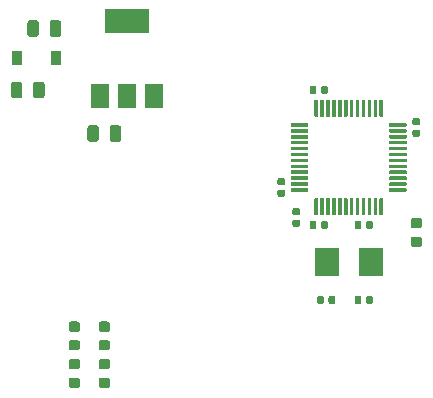
<source format=gbr>
G04 #@! TF.GenerationSoftware,KiCad,Pcbnew,(5.1.5-0-10_14)*
G04 #@! TF.CreationDate,2020-05-27T20:18:48+02:00*
G04 #@! TF.ProjectId,roxie-lcd,726f7869-652d-46c6-9364-2e6b69636164,rev?*
G04 #@! TF.SameCoordinates,Original*
G04 #@! TF.FileFunction,Paste,Top*
G04 #@! TF.FilePolarity,Positive*
%FSLAX46Y46*%
G04 Gerber Fmt 4.6, Leading zero omitted, Abs format (unit mm)*
G04 Created by KiCad (PCBNEW (5.1.5-0-10_14)) date 2020-05-27 20:18:48*
%MOMM*%
%LPD*%
G04 APERTURE LIST*
%ADD10R,1.500000X2.000000*%
%ADD11R,3.800000X2.000000*%
%ADD12C,0.100000*%
%ADD13R,0.900000X1.200000*%
%ADD14R,2.000000X2.400000*%
G04 APERTURE END LIST*
D10*
X45960000Y-31725000D03*
X50560000Y-31725000D03*
X48260000Y-31725000D03*
D11*
X48260000Y-25425000D03*
D12*
G36*
X73048691Y-43658053D02*
G01*
X73069926Y-43661203D01*
X73090750Y-43666419D01*
X73110962Y-43673651D01*
X73130368Y-43682830D01*
X73148781Y-43693866D01*
X73166024Y-43706654D01*
X73181930Y-43721070D01*
X73196346Y-43736976D01*
X73209134Y-43754219D01*
X73220170Y-43772632D01*
X73229349Y-43792038D01*
X73236581Y-43812250D01*
X73241797Y-43833074D01*
X73244947Y-43854309D01*
X73246000Y-43875750D01*
X73246000Y-44313250D01*
X73244947Y-44334691D01*
X73241797Y-44355926D01*
X73236581Y-44376750D01*
X73229349Y-44396962D01*
X73220170Y-44416368D01*
X73209134Y-44434781D01*
X73196346Y-44452024D01*
X73181930Y-44467930D01*
X73166024Y-44482346D01*
X73148781Y-44495134D01*
X73130368Y-44506170D01*
X73110962Y-44515349D01*
X73090750Y-44522581D01*
X73069926Y-44527797D01*
X73048691Y-44530947D01*
X73027250Y-44532000D01*
X72514750Y-44532000D01*
X72493309Y-44530947D01*
X72472074Y-44527797D01*
X72451250Y-44522581D01*
X72431038Y-44515349D01*
X72411632Y-44506170D01*
X72393219Y-44495134D01*
X72375976Y-44482346D01*
X72360070Y-44467930D01*
X72345654Y-44452024D01*
X72332866Y-44434781D01*
X72321830Y-44416368D01*
X72312651Y-44396962D01*
X72305419Y-44376750D01*
X72300203Y-44355926D01*
X72297053Y-44334691D01*
X72296000Y-44313250D01*
X72296000Y-43875750D01*
X72297053Y-43854309D01*
X72300203Y-43833074D01*
X72305419Y-43812250D01*
X72312651Y-43792038D01*
X72321830Y-43772632D01*
X72332866Y-43754219D01*
X72345654Y-43736976D01*
X72360070Y-43721070D01*
X72375976Y-43706654D01*
X72393219Y-43693866D01*
X72411632Y-43682830D01*
X72431038Y-43673651D01*
X72451250Y-43666419D01*
X72472074Y-43661203D01*
X72493309Y-43658053D01*
X72514750Y-43657000D01*
X73027250Y-43657000D01*
X73048691Y-43658053D01*
G37*
G36*
X73048691Y-42083053D02*
G01*
X73069926Y-42086203D01*
X73090750Y-42091419D01*
X73110962Y-42098651D01*
X73130368Y-42107830D01*
X73148781Y-42118866D01*
X73166024Y-42131654D01*
X73181930Y-42146070D01*
X73196346Y-42161976D01*
X73209134Y-42179219D01*
X73220170Y-42197632D01*
X73229349Y-42217038D01*
X73236581Y-42237250D01*
X73241797Y-42258074D01*
X73244947Y-42279309D01*
X73246000Y-42300750D01*
X73246000Y-42738250D01*
X73244947Y-42759691D01*
X73241797Y-42780926D01*
X73236581Y-42801750D01*
X73229349Y-42821962D01*
X73220170Y-42841368D01*
X73209134Y-42859781D01*
X73196346Y-42877024D01*
X73181930Y-42892930D01*
X73166024Y-42907346D01*
X73148781Y-42920134D01*
X73130368Y-42931170D01*
X73110962Y-42940349D01*
X73090750Y-42947581D01*
X73069926Y-42952797D01*
X73048691Y-42955947D01*
X73027250Y-42957000D01*
X72514750Y-42957000D01*
X72493309Y-42955947D01*
X72472074Y-42952797D01*
X72451250Y-42947581D01*
X72431038Y-42940349D01*
X72411632Y-42931170D01*
X72393219Y-42920134D01*
X72375976Y-42907346D01*
X72360070Y-42892930D01*
X72345654Y-42877024D01*
X72332866Y-42859781D01*
X72321830Y-42841368D01*
X72312651Y-42821962D01*
X72305419Y-42801750D01*
X72300203Y-42780926D01*
X72297053Y-42759691D01*
X72296000Y-42738250D01*
X72296000Y-42300750D01*
X72297053Y-42279309D01*
X72300203Y-42258074D01*
X72305419Y-42237250D01*
X72312651Y-42217038D01*
X72321830Y-42197632D01*
X72332866Y-42179219D01*
X72345654Y-42161976D01*
X72360070Y-42146070D01*
X72375976Y-42131654D01*
X72393219Y-42118866D01*
X72411632Y-42107830D01*
X72431038Y-42098651D01*
X72451250Y-42091419D01*
X72472074Y-42086203D01*
X72493309Y-42083053D01*
X72514750Y-42082000D01*
X73027250Y-42082000D01*
X73048691Y-42083053D01*
G37*
G36*
X46632691Y-50846053D02*
G01*
X46653926Y-50849203D01*
X46674750Y-50854419D01*
X46694962Y-50861651D01*
X46714368Y-50870830D01*
X46732781Y-50881866D01*
X46750024Y-50894654D01*
X46765930Y-50909070D01*
X46780346Y-50924976D01*
X46793134Y-50942219D01*
X46804170Y-50960632D01*
X46813349Y-50980038D01*
X46820581Y-51000250D01*
X46825797Y-51021074D01*
X46828947Y-51042309D01*
X46830000Y-51063750D01*
X46830000Y-51501250D01*
X46828947Y-51522691D01*
X46825797Y-51543926D01*
X46820581Y-51564750D01*
X46813349Y-51584962D01*
X46804170Y-51604368D01*
X46793134Y-51622781D01*
X46780346Y-51640024D01*
X46765930Y-51655930D01*
X46750024Y-51670346D01*
X46732781Y-51683134D01*
X46714368Y-51694170D01*
X46694962Y-51703349D01*
X46674750Y-51710581D01*
X46653926Y-51715797D01*
X46632691Y-51718947D01*
X46611250Y-51720000D01*
X46098750Y-51720000D01*
X46077309Y-51718947D01*
X46056074Y-51715797D01*
X46035250Y-51710581D01*
X46015038Y-51703349D01*
X45995632Y-51694170D01*
X45977219Y-51683134D01*
X45959976Y-51670346D01*
X45944070Y-51655930D01*
X45929654Y-51640024D01*
X45916866Y-51622781D01*
X45905830Y-51604368D01*
X45896651Y-51584962D01*
X45889419Y-51564750D01*
X45884203Y-51543926D01*
X45881053Y-51522691D01*
X45880000Y-51501250D01*
X45880000Y-51063750D01*
X45881053Y-51042309D01*
X45884203Y-51021074D01*
X45889419Y-51000250D01*
X45896651Y-50980038D01*
X45905830Y-50960632D01*
X45916866Y-50942219D01*
X45929654Y-50924976D01*
X45944070Y-50909070D01*
X45959976Y-50894654D01*
X45977219Y-50881866D01*
X45995632Y-50870830D01*
X46015038Y-50861651D01*
X46035250Y-50854419D01*
X46056074Y-50849203D01*
X46077309Y-50846053D01*
X46098750Y-50845000D01*
X46611250Y-50845000D01*
X46632691Y-50846053D01*
G37*
G36*
X46632691Y-52421053D02*
G01*
X46653926Y-52424203D01*
X46674750Y-52429419D01*
X46694962Y-52436651D01*
X46714368Y-52445830D01*
X46732781Y-52456866D01*
X46750024Y-52469654D01*
X46765930Y-52484070D01*
X46780346Y-52499976D01*
X46793134Y-52517219D01*
X46804170Y-52535632D01*
X46813349Y-52555038D01*
X46820581Y-52575250D01*
X46825797Y-52596074D01*
X46828947Y-52617309D01*
X46830000Y-52638750D01*
X46830000Y-53076250D01*
X46828947Y-53097691D01*
X46825797Y-53118926D01*
X46820581Y-53139750D01*
X46813349Y-53159962D01*
X46804170Y-53179368D01*
X46793134Y-53197781D01*
X46780346Y-53215024D01*
X46765930Y-53230930D01*
X46750024Y-53245346D01*
X46732781Y-53258134D01*
X46714368Y-53269170D01*
X46694962Y-53278349D01*
X46674750Y-53285581D01*
X46653926Y-53290797D01*
X46632691Y-53293947D01*
X46611250Y-53295000D01*
X46098750Y-53295000D01*
X46077309Y-53293947D01*
X46056074Y-53290797D01*
X46035250Y-53285581D01*
X46015038Y-53278349D01*
X45995632Y-53269170D01*
X45977219Y-53258134D01*
X45959976Y-53245346D01*
X45944070Y-53230930D01*
X45929654Y-53215024D01*
X45916866Y-53197781D01*
X45905830Y-53179368D01*
X45896651Y-53159962D01*
X45889419Y-53139750D01*
X45884203Y-53118926D01*
X45881053Y-53097691D01*
X45880000Y-53076250D01*
X45880000Y-52638750D01*
X45881053Y-52617309D01*
X45884203Y-52596074D01*
X45889419Y-52575250D01*
X45896651Y-52555038D01*
X45905830Y-52535632D01*
X45916866Y-52517219D01*
X45929654Y-52499976D01*
X45944070Y-52484070D01*
X45959976Y-52469654D01*
X45977219Y-52456866D01*
X45995632Y-52445830D01*
X46015038Y-52436651D01*
X46035250Y-52429419D01*
X46056074Y-52424203D01*
X46077309Y-52421053D01*
X46098750Y-52420000D01*
X46611250Y-52420000D01*
X46632691Y-52421053D01*
G37*
G36*
X44092691Y-50846053D02*
G01*
X44113926Y-50849203D01*
X44134750Y-50854419D01*
X44154962Y-50861651D01*
X44174368Y-50870830D01*
X44192781Y-50881866D01*
X44210024Y-50894654D01*
X44225930Y-50909070D01*
X44240346Y-50924976D01*
X44253134Y-50942219D01*
X44264170Y-50960632D01*
X44273349Y-50980038D01*
X44280581Y-51000250D01*
X44285797Y-51021074D01*
X44288947Y-51042309D01*
X44290000Y-51063750D01*
X44290000Y-51501250D01*
X44288947Y-51522691D01*
X44285797Y-51543926D01*
X44280581Y-51564750D01*
X44273349Y-51584962D01*
X44264170Y-51604368D01*
X44253134Y-51622781D01*
X44240346Y-51640024D01*
X44225930Y-51655930D01*
X44210024Y-51670346D01*
X44192781Y-51683134D01*
X44174368Y-51694170D01*
X44154962Y-51703349D01*
X44134750Y-51710581D01*
X44113926Y-51715797D01*
X44092691Y-51718947D01*
X44071250Y-51720000D01*
X43558750Y-51720000D01*
X43537309Y-51718947D01*
X43516074Y-51715797D01*
X43495250Y-51710581D01*
X43475038Y-51703349D01*
X43455632Y-51694170D01*
X43437219Y-51683134D01*
X43419976Y-51670346D01*
X43404070Y-51655930D01*
X43389654Y-51640024D01*
X43376866Y-51622781D01*
X43365830Y-51604368D01*
X43356651Y-51584962D01*
X43349419Y-51564750D01*
X43344203Y-51543926D01*
X43341053Y-51522691D01*
X43340000Y-51501250D01*
X43340000Y-51063750D01*
X43341053Y-51042309D01*
X43344203Y-51021074D01*
X43349419Y-51000250D01*
X43356651Y-50980038D01*
X43365830Y-50960632D01*
X43376866Y-50942219D01*
X43389654Y-50924976D01*
X43404070Y-50909070D01*
X43419976Y-50894654D01*
X43437219Y-50881866D01*
X43455632Y-50870830D01*
X43475038Y-50861651D01*
X43495250Y-50854419D01*
X43516074Y-50849203D01*
X43537309Y-50846053D01*
X43558750Y-50845000D01*
X44071250Y-50845000D01*
X44092691Y-50846053D01*
G37*
G36*
X44092691Y-52421053D02*
G01*
X44113926Y-52424203D01*
X44134750Y-52429419D01*
X44154962Y-52436651D01*
X44174368Y-52445830D01*
X44192781Y-52456866D01*
X44210024Y-52469654D01*
X44225930Y-52484070D01*
X44240346Y-52499976D01*
X44253134Y-52517219D01*
X44264170Y-52535632D01*
X44273349Y-52555038D01*
X44280581Y-52575250D01*
X44285797Y-52596074D01*
X44288947Y-52617309D01*
X44290000Y-52638750D01*
X44290000Y-53076250D01*
X44288947Y-53097691D01*
X44285797Y-53118926D01*
X44280581Y-53139750D01*
X44273349Y-53159962D01*
X44264170Y-53179368D01*
X44253134Y-53197781D01*
X44240346Y-53215024D01*
X44225930Y-53230930D01*
X44210024Y-53245346D01*
X44192781Y-53258134D01*
X44174368Y-53269170D01*
X44154962Y-53278349D01*
X44134750Y-53285581D01*
X44113926Y-53290797D01*
X44092691Y-53293947D01*
X44071250Y-53295000D01*
X43558750Y-53295000D01*
X43537309Y-53293947D01*
X43516074Y-53290797D01*
X43495250Y-53285581D01*
X43475038Y-53278349D01*
X43455632Y-53269170D01*
X43437219Y-53258134D01*
X43419976Y-53245346D01*
X43404070Y-53230930D01*
X43389654Y-53215024D01*
X43376866Y-53197781D01*
X43365830Y-53179368D01*
X43356651Y-53159962D01*
X43349419Y-53139750D01*
X43344203Y-53118926D01*
X43341053Y-53097691D01*
X43340000Y-53076250D01*
X43340000Y-52638750D01*
X43341053Y-52617309D01*
X43344203Y-52596074D01*
X43349419Y-52575250D01*
X43356651Y-52555038D01*
X43365830Y-52535632D01*
X43376866Y-52517219D01*
X43389654Y-52499976D01*
X43404070Y-52484070D01*
X43419976Y-52469654D01*
X43437219Y-52456866D01*
X43455632Y-52445830D01*
X43475038Y-52436651D01*
X43495250Y-52429419D01*
X43516074Y-52424203D01*
X43537309Y-52421053D01*
X43558750Y-52420000D01*
X44071250Y-52420000D01*
X44092691Y-52421053D01*
G37*
G36*
X46632691Y-55596053D02*
G01*
X46653926Y-55599203D01*
X46674750Y-55604419D01*
X46694962Y-55611651D01*
X46714368Y-55620830D01*
X46732781Y-55631866D01*
X46750024Y-55644654D01*
X46765930Y-55659070D01*
X46780346Y-55674976D01*
X46793134Y-55692219D01*
X46804170Y-55710632D01*
X46813349Y-55730038D01*
X46820581Y-55750250D01*
X46825797Y-55771074D01*
X46828947Y-55792309D01*
X46830000Y-55813750D01*
X46830000Y-56251250D01*
X46828947Y-56272691D01*
X46825797Y-56293926D01*
X46820581Y-56314750D01*
X46813349Y-56334962D01*
X46804170Y-56354368D01*
X46793134Y-56372781D01*
X46780346Y-56390024D01*
X46765930Y-56405930D01*
X46750024Y-56420346D01*
X46732781Y-56433134D01*
X46714368Y-56444170D01*
X46694962Y-56453349D01*
X46674750Y-56460581D01*
X46653926Y-56465797D01*
X46632691Y-56468947D01*
X46611250Y-56470000D01*
X46098750Y-56470000D01*
X46077309Y-56468947D01*
X46056074Y-56465797D01*
X46035250Y-56460581D01*
X46015038Y-56453349D01*
X45995632Y-56444170D01*
X45977219Y-56433134D01*
X45959976Y-56420346D01*
X45944070Y-56405930D01*
X45929654Y-56390024D01*
X45916866Y-56372781D01*
X45905830Y-56354368D01*
X45896651Y-56334962D01*
X45889419Y-56314750D01*
X45884203Y-56293926D01*
X45881053Y-56272691D01*
X45880000Y-56251250D01*
X45880000Y-55813750D01*
X45881053Y-55792309D01*
X45884203Y-55771074D01*
X45889419Y-55750250D01*
X45896651Y-55730038D01*
X45905830Y-55710632D01*
X45916866Y-55692219D01*
X45929654Y-55674976D01*
X45944070Y-55659070D01*
X45959976Y-55644654D01*
X45977219Y-55631866D01*
X45995632Y-55620830D01*
X46015038Y-55611651D01*
X46035250Y-55604419D01*
X46056074Y-55599203D01*
X46077309Y-55596053D01*
X46098750Y-55595000D01*
X46611250Y-55595000D01*
X46632691Y-55596053D01*
G37*
G36*
X46632691Y-54021053D02*
G01*
X46653926Y-54024203D01*
X46674750Y-54029419D01*
X46694962Y-54036651D01*
X46714368Y-54045830D01*
X46732781Y-54056866D01*
X46750024Y-54069654D01*
X46765930Y-54084070D01*
X46780346Y-54099976D01*
X46793134Y-54117219D01*
X46804170Y-54135632D01*
X46813349Y-54155038D01*
X46820581Y-54175250D01*
X46825797Y-54196074D01*
X46828947Y-54217309D01*
X46830000Y-54238750D01*
X46830000Y-54676250D01*
X46828947Y-54697691D01*
X46825797Y-54718926D01*
X46820581Y-54739750D01*
X46813349Y-54759962D01*
X46804170Y-54779368D01*
X46793134Y-54797781D01*
X46780346Y-54815024D01*
X46765930Y-54830930D01*
X46750024Y-54845346D01*
X46732781Y-54858134D01*
X46714368Y-54869170D01*
X46694962Y-54878349D01*
X46674750Y-54885581D01*
X46653926Y-54890797D01*
X46632691Y-54893947D01*
X46611250Y-54895000D01*
X46098750Y-54895000D01*
X46077309Y-54893947D01*
X46056074Y-54890797D01*
X46035250Y-54885581D01*
X46015038Y-54878349D01*
X45995632Y-54869170D01*
X45977219Y-54858134D01*
X45959976Y-54845346D01*
X45944070Y-54830930D01*
X45929654Y-54815024D01*
X45916866Y-54797781D01*
X45905830Y-54779368D01*
X45896651Y-54759962D01*
X45889419Y-54739750D01*
X45884203Y-54718926D01*
X45881053Y-54697691D01*
X45880000Y-54676250D01*
X45880000Y-54238750D01*
X45881053Y-54217309D01*
X45884203Y-54196074D01*
X45889419Y-54175250D01*
X45896651Y-54155038D01*
X45905830Y-54135632D01*
X45916866Y-54117219D01*
X45929654Y-54099976D01*
X45944070Y-54084070D01*
X45959976Y-54069654D01*
X45977219Y-54056866D01*
X45995632Y-54045830D01*
X46015038Y-54036651D01*
X46035250Y-54029419D01*
X46056074Y-54024203D01*
X46077309Y-54021053D01*
X46098750Y-54020000D01*
X46611250Y-54020000D01*
X46632691Y-54021053D01*
G37*
G36*
X44092691Y-55596053D02*
G01*
X44113926Y-55599203D01*
X44134750Y-55604419D01*
X44154962Y-55611651D01*
X44174368Y-55620830D01*
X44192781Y-55631866D01*
X44210024Y-55644654D01*
X44225930Y-55659070D01*
X44240346Y-55674976D01*
X44253134Y-55692219D01*
X44264170Y-55710632D01*
X44273349Y-55730038D01*
X44280581Y-55750250D01*
X44285797Y-55771074D01*
X44288947Y-55792309D01*
X44290000Y-55813750D01*
X44290000Y-56251250D01*
X44288947Y-56272691D01*
X44285797Y-56293926D01*
X44280581Y-56314750D01*
X44273349Y-56334962D01*
X44264170Y-56354368D01*
X44253134Y-56372781D01*
X44240346Y-56390024D01*
X44225930Y-56405930D01*
X44210024Y-56420346D01*
X44192781Y-56433134D01*
X44174368Y-56444170D01*
X44154962Y-56453349D01*
X44134750Y-56460581D01*
X44113926Y-56465797D01*
X44092691Y-56468947D01*
X44071250Y-56470000D01*
X43558750Y-56470000D01*
X43537309Y-56468947D01*
X43516074Y-56465797D01*
X43495250Y-56460581D01*
X43475038Y-56453349D01*
X43455632Y-56444170D01*
X43437219Y-56433134D01*
X43419976Y-56420346D01*
X43404070Y-56405930D01*
X43389654Y-56390024D01*
X43376866Y-56372781D01*
X43365830Y-56354368D01*
X43356651Y-56334962D01*
X43349419Y-56314750D01*
X43344203Y-56293926D01*
X43341053Y-56272691D01*
X43340000Y-56251250D01*
X43340000Y-55813750D01*
X43341053Y-55792309D01*
X43344203Y-55771074D01*
X43349419Y-55750250D01*
X43356651Y-55730038D01*
X43365830Y-55710632D01*
X43376866Y-55692219D01*
X43389654Y-55674976D01*
X43404070Y-55659070D01*
X43419976Y-55644654D01*
X43437219Y-55631866D01*
X43455632Y-55620830D01*
X43475038Y-55611651D01*
X43495250Y-55604419D01*
X43516074Y-55599203D01*
X43537309Y-55596053D01*
X43558750Y-55595000D01*
X44071250Y-55595000D01*
X44092691Y-55596053D01*
G37*
G36*
X44092691Y-54021053D02*
G01*
X44113926Y-54024203D01*
X44134750Y-54029419D01*
X44154962Y-54036651D01*
X44174368Y-54045830D01*
X44192781Y-54056866D01*
X44210024Y-54069654D01*
X44225930Y-54084070D01*
X44240346Y-54099976D01*
X44253134Y-54117219D01*
X44264170Y-54135632D01*
X44273349Y-54155038D01*
X44280581Y-54175250D01*
X44285797Y-54196074D01*
X44288947Y-54217309D01*
X44290000Y-54238750D01*
X44290000Y-54676250D01*
X44288947Y-54697691D01*
X44285797Y-54718926D01*
X44280581Y-54739750D01*
X44273349Y-54759962D01*
X44264170Y-54779368D01*
X44253134Y-54797781D01*
X44240346Y-54815024D01*
X44225930Y-54830930D01*
X44210024Y-54845346D01*
X44192781Y-54858134D01*
X44174368Y-54869170D01*
X44154962Y-54878349D01*
X44134750Y-54885581D01*
X44113926Y-54890797D01*
X44092691Y-54893947D01*
X44071250Y-54895000D01*
X43558750Y-54895000D01*
X43537309Y-54893947D01*
X43516074Y-54890797D01*
X43495250Y-54885581D01*
X43475038Y-54878349D01*
X43455632Y-54869170D01*
X43437219Y-54858134D01*
X43419976Y-54845346D01*
X43404070Y-54830930D01*
X43389654Y-54815024D01*
X43376866Y-54797781D01*
X43365830Y-54779368D01*
X43356651Y-54759962D01*
X43349419Y-54739750D01*
X43344203Y-54718926D01*
X43341053Y-54697691D01*
X43340000Y-54676250D01*
X43340000Y-54238750D01*
X43341053Y-54217309D01*
X43344203Y-54196074D01*
X43349419Y-54175250D01*
X43356651Y-54155038D01*
X43365830Y-54135632D01*
X43376866Y-54117219D01*
X43389654Y-54099976D01*
X43404070Y-54084070D01*
X43419976Y-54069654D01*
X43437219Y-54056866D01*
X43455632Y-54045830D01*
X43475038Y-54036651D01*
X43495250Y-54029419D01*
X43516074Y-54024203D01*
X43537309Y-54021053D01*
X43558750Y-54020000D01*
X44071250Y-54020000D01*
X44092691Y-54021053D01*
G37*
D13*
X38990000Y-28575000D03*
X42290000Y-28575000D03*
D12*
G36*
X68002958Y-48702710D02*
G01*
X68017276Y-48704834D01*
X68031317Y-48708351D01*
X68044946Y-48713228D01*
X68058031Y-48719417D01*
X68070447Y-48726858D01*
X68082073Y-48735481D01*
X68092798Y-48745202D01*
X68102519Y-48755927D01*
X68111142Y-48767553D01*
X68118583Y-48779969D01*
X68124772Y-48793054D01*
X68129649Y-48806683D01*
X68133166Y-48820724D01*
X68135290Y-48835042D01*
X68136000Y-48849500D01*
X68136000Y-49194500D01*
X68135290Y-49208958D01*
X68133166Y-49223276D01*
X68129649Y-49237317D01*
X68124772Y-49250946D01*
X68118583Y-49264031D01*
X68111142Y-49276447D01*
X68102519Y-49288073D01*
X68092798Y-49298798D01*
X68082073Y-49308519D01*
X68070447Y-49317142D01*
X68058031Y-49324583D01*
X68044946Y-49330772D01*
X68031317Y-49335649D01*
X68017276Y-49339166D01*
X68002958Y-49341290D01*
X67988500Y-49342000D01*
X67693500Y-49342000D01*
X67679042Y-49341290D01*
X67664724Y-49339166D01*
X67650683Y-49335649D01*
X67637054Y-49330772D01*
X67623969Y-49324583D01*
X67611553Y-49317142D01*
X67599927Y-49308519D01*
X67589202Y-49298798D01*
X67579481Y-49288073D01*
X67570858Y-49276447D01*
X67563417Y-49264031D01*
X67557228Y-49250946D01*
X67552351Y-49237317D01*
X67548834Y-49223276D01*
X67546710Y-49208958D01*
X67546000Y-49194500D01*
X67546000Y-48849500D01*
X67546710Y-48835042D01*
X67548834Y-48820724D01*
X67552351Y-48806683D01*
X67557228Y-48793054D01*
X67563417Y-48779969D01*
X67570858Y-48767553D01*
X67579481Y-48755927D01*
X67589202Y-48745202D01*
X67599927Y-48735481D01*
X67611553Y-48726858D01*
X67623969Y-48719417D01*
X67637054Y-48713228D01*
X67650683Y-48708351D01*
X67664724Y-48704834D01*
X67679042Y-48702710D01*
X67693500Y-48702000D01*
X67988500Y-48702000D01*
X68002958Y-48702710D01*
G37*
G36*
X68972958Y-48702710D02*
G01*
X68987276Y-48704834D01*
X69001317Y-48708351D01*
X69014946Y-48713228D01*
X69028031Y-48719417D01*
X69040447Y-48726858D01*
X69052073Y-48735481D01*
X69062798Y-48745202D01*
X69072519Y-48755927D01*
X69081142Y-48767553D01*
X69088583Y-48779969D01*
X69094772Y-48793054D01*
X69099649Y-48806683D01*
X69103166Y-48820724D01*
X69105290Y-48835042D01*
X69106000Y-48849500D01*
X69106000Y-49194500D01*
X69105290Y-49208958D01*
X69103166Y-49223276D01*
X69099649Y-49237317D01*
X69094772Y-49250946D01*
X69088583Y-49264031D01*
X69081142Y-49276447D01*
X69072519Y-49288073D01*
X69062798Y-49298798D01*
X69052073Y-49308519D01*
X69040447Y-49317142D01*
X69028031Y-49324583D01*
X69014946Y-49330772D01*
X69001317Y-49335649D01*
X68987276Y-49339166D01*
X68972958Y-49341290D01*
X68958500Y-49342000D01*
X68663500Y-49342000D01*
X68649042Y-49341290D01*
X68634724Y-49339166D01*
X68620683Y-49335649D01*
X68607054Y-49330772D01*
X68593969Y-49324583D01*
X68581553Y-49317142D01*
X68569927Y-49308519D01*
X68559202Y-49298798D01*
X68549481Y-49288073D01*
X68540858Y-49276447D01*
X68533417Y-49264031D01*
X68527228Y-49250946D01*
X68522351Y-49237317D01*
X68518834Y-49223276D01*
X68516710Y-49208958D01*
X68516000Y-49194500D01*
X68516000Y-48849500D01*
X68516710Y-48835042D01*
X68518834Y-48820724D01*
X68522351Y-48806683D01*
X68527228Y-48793054D01*
X68533417Y-48779969D01*
X68540858Y-48767553D01*
X68549481Y-48755927D01*
X68559202Y-48745202D01*
X68569927Y-48735481D01*
X68581553Y-48726858D01*
X68593969Y-48719417D01*
X68607054Y-48713228D01*
X68620683Y-48708351D01*
X68634724Y-48704834D01*
X68649042Y-48702710D01*
X68663500Y-48702000D01*
X68958500Y-48702000D01*
X68972958Y-48702710D01*
G37*
G36*
X65797958Y-48702710D02*
G01*
X65812276Y-48704834D01*
X65826317Y-48708351D01*
X65839946Y-48713228D01*
X65853031Y-48719417D01*
X65865447Y-48726858D01*
X65877073Y-48735481D01*
X65887798Y-48745202D01*
X65897519Y-48755927D01*
X65906142Y-48767553D01*
X65913583Y-48779969D01*
X65919772Y-48793054D01*
X65924649Y-48806683D01*
X65928166Y-48820724D01*
X65930290Y-48835042D01*
X65931000Y-48849500D01*
X65931000Y-49194500D01*
X65930290Y-49208958D01*
X65928166Y-49223276D01*
X65924649Y-49237317D01*
X65919772Y-49250946D01*
X65913583Y-49264031D01*
X65906142Y-49276447D01*
X65897519Y-49288073D01*
X65887798Y-49298798D01*
X65877073Y-49308519D01*
X65865447Y-49317142D01*
X65853031Y-49324583D01*
X65839946Y-49330772D01*
X65826317Y-49335649D01*
X65812276Y-49339166D01*
X65797958Y-49341290D01*
X65783500Y-49342000D01*
X65488500Y-49342000D01*
X65474042Y-49341290D01*
X65459724Y-49339166D01*
X65445683Y-49335649D01*
X65432054Y-49330772D01*
X65418969Y-49324583D01*
X65406553Y-49317142D01*
X65394927Y-49308519D01*
X65384202Y-49298798D01*
X65374481Y-49288073D01*
X65365858Y-49276447D01*
X65358417Y-49264031D01*
X65352228Y-49250946D01*
X65347351Y-49237317D01*
X65343834Y-49223276D01*
X65341710Y-49208958D01*
X65341000Y-49194500D01*
X65341000Y-48849500D01*
X65341710Y-48835042D01*
X65343834Y-48820724D01*
X65347351Y-48806683D01*
X65352228Y-48793054D01*
X65358417Y-48779969D01*
X65365858Y-48767553D01*
X65374481Y-48755927D01*
X65384202Y-48745202D01*
X65394927Y-48735481D01*
X65406553Y-48726858D01*
X65418969Y-48719417D01*
X65432054Y-48713228D01*
X65445683Y-48708351D01*
X65459724Y-48704834D01*
X65474042Y-48702710D01*
X65488500Y-48702000D01*
X65783500Y-48702000D01*
X65797958Y-48702710D01*
G37*
G36*
X64827958Y-48702710D02*
G01*
X64842276Y-48704834D01*
X64856317Y-48708351D01*
X64869946Y-48713228D01*
X64883031Y-48719417D01*
X64895447Y-48726858D01*
X64907073Y-48735481D01*
X64917798Y-48745202D01*
X64927519Y-48755927D01*
X64936142Y-48767553D01*
X64943583Y-48779969D01*
X64949772Y-48793054D01*
X64954649Y-48806683D01*
X64958166Y-48820724D01*
X64960290Y-48835042D01*
X64961000Y-48849500D01*
X64961000Y-49194500D01*
X64960290Y-49208958D01*
X64958166Y-49223276D01*
X64954649Y-49237317D01*
X64949772Y-49250946D01*
X64943583Y-49264031D01*
X64936142Y-49276447D01*
X64927519Y-49288073D01*
X64917798Y-49298798D01*
X64907073Y-49308519D01*
X64895447Y-49317142D01*
X64883031Y-49324583D01*
X64869946Y-49330772D01*
X64856317Y-49335649D01*
X64842276Y-49339166D01*
X64827958Y-49341290D01*
X64813500Y-49342000D01*
X64518500Y-49342000D01*
X64504042Y-49341290D01*
X64489724Y-49339166D01*
X64475683Y-49335649D01*
X64462054Y-49330772D01*
X64448969Y-49324583D01*
X64436553Y-49317142D01*
X64424927Y-49308519D01*
X64414202Y-49298798D01*
X64404481Y-49288073D01*
X64395858Y-49276447D01*
X64388417Y-49264031D01*
X64382228Y-49250946D01*
X64377351Y-49237317D01*
X64373834Y-49223276D01*
X64371710Y-49208958D01*
X64371000Y-49194500D01*
X64371000Y-48849500D01*
X64371710Y-48835042D01*
X64373834Y-48820724D01*
X64377351Y-48806683D01*
X64382228Y-48793054D01*
X64388417Y-48779969D01*
X64395858Y-48767553D01*
X64404481Y-48755927D01*
X64414202Y-48745202D01*
X64424927Y-48735481D01*
X64436553Y-48726858D01*
X64448969Y-48719417D01*
X64462054Y-48713228D01*
X64475683Y-48708351D01*
X64489724Y-48704834D01*
X64504042Y-48702710D01*
X64518500Y-48702000D01*
X64813500Y-48702000D01*
X64827958Y-48702710D01*
G37*
G36*
X62797958Y-42227710D02*
G01*
X62812276Y-42229834D01*
X62826317Y-42233351D01*
X62839946Y-42238228D01*
X62853031Y-42244417D01*
X62865447Y-42251858D01*
X62877073Y-42260481D01*
X62887798Y-42270202D01*
X62897519Y-42280927D01*
X62906142Y-42292553D01*
X62913583Y-42304969D01*
X62919772Y-42318054D01*
X62924649Y-42331683D01*
X62928166Y-42345724D01*
X62930290Y-42360042D01*
X62931000Y-42374500D01*
X62931000Y-42669500D01*
X62930290Y-42683958D01*
X62928166Y-42698276D01*
X62924649Y-42712317D01*
X62919772Y-42725946D01*
X62913583Y-42739031D01*
X62906142Y-42751447D01*
X62897519Y-42763073D01*
X62887798Y-42773798D01*
X62877073Y-42783519D01*
X62865447Y-42792142D01*
X62853031Y-42799583D01*
X62839946Y-42805772D01*
X62826317Y-42810649D01*
X62812276Y-42814166D01*
X62797958Y-42816290D01*
X62783500Y-42817000D01*
X62438500Y-42817000D01*
X62424042Y-42816290D01*
X62409724Y-42814166D01*
X62395683Y-42810649D01*
X62382054Y-42805772D01*
X62368969Y-42799583D01*
X62356553Y-42792142D01*
X62344927Y-42783519D01*
X62334202Y-42773798D01*
X62324481Y-42763073D01*
X62315858Y-42751447D01*
X62308417Y-42739031D01*
X62302228Y-42725946D01*
X62297351Y-42712317D01*
X62293834Y-42698276D01*
X62291710Y-42683958D01*
X62291000Y-42669500D01*
X62291000Y-42374500D01*
X62291710Y-42360042D01*
X62293834Y-42345724D01*
X62297351Y-42331683D01*
X62302228Y-42318054D01*
X62308417Y-42304969D01*
X62315858Y-42292553D01*
X62324481Y-42280927D01*
X62334202Y-42270202D01*
X62344927Y-42260481D01*
X62356553Y-42251858D01*
X62368969Y-42244417D01*
X62382054Y-42238228D01*
X62395683Y-42233351D01*
X62409724Y-42229834D01*
X62424042Y-42227710D01*
X62438500Y-42227000D01*
X62783500Y-42227000D01*
X62797958Y-42227710D01*
G37*
G36*
X62797958Y-41257710D02*
G01*
X62812276Y-41259834D01*
X62826317Y-41263351D01*
X62839946Y-41268228D01*
X62853031Y-41274417D01*
X62865447Y-41281858D01*
X62877073Y-41290481D01*
X62887798Y-41300202D01*
X62897519Y-41310927D01*
X62906142Y-41322553D01*
X62913583Y-41334969D01*
X62919772Y-41348054D01*
X62924649Y-41361683D01*
X62928166Y-41375724D01*
X62930290Y-41390042D01*
X62931000Y-41404500D01*
X62931000Y-41699500D01*
X62930290Y-41713958D01*
X62928166Y-41728276D01*
X62924649Y-41742317D01*
X62919772Y-41755946D01*
X62913583Y-41769031D01*
X62906142Y-41781447D01*
X62897519Y-41793073D01*
X62887798Y-41803798D01*
X62877073Y-41813519D01*
X62865447Y-41822142D01*
X62853031Y-41829583D01*
X62839946Y-41835772D01*
X62826317Y-41840649D01*
X62812276Y-41844166D01*
X62797958Y-41846290D01*
X62783500Y-41847000D01*
X62438500Y-41847000D01*
X62424042Y-41846290D01*
X62409724Y-41844166D01*
X62395683Y-41840649D01*
X62382054Y-41835772D01*
X62368969Y-41829583D01*
X62356553Y-41822142D01*
X62344927Y-41813519D01*
X62334202Y-41803798D01*
X62324481Y-41793073D01*
X62315858Y-41781447D01*
X62308417Y-41769031D01*
X62302228Y-41755946D01*
X62297351Y-41742317D01*
X62293834Y-41728276D01*
X62291710Y-41713958D01*
X62291000Y-41699500D01*
X62291000Y-41404500D01*
X62291710Y-41390042D01*
X62293834Y-41375724D01*
X62297351Y-41361683D01*
X62302228Y-41348054D01*
X62308417Y-41334969D01*
X62315858Y-41322553D01*
X62324481Y-41310927D01*
X62334202Y-41300202D01*
X62344927Y-41290481D01*
X62356553Y-41281858D01*
X62368969Y-41274417D01*
X62382054Y-41268228D01*
X62395683Y-41263351D01*
X62409724Y-41259834D01*
X62424042Y-41257710D01*
X62438500Y-41257000D01*
X62783500Y-41257000D01*
X62797958Y-41257710D01*
G37*
G36*
X68002958Y-42352710D02*
G01*
X68017276Y-42354834D01*
X68031317Y-42358351D01*
X68044946Y-42363228D01*
X68058031Y-42369417D01*
X68070447Y-42376858D01*
X68082073Y-42385481D01*
X68092798Y-42395202D01*
X68102519Y-42405927D01*
X68111142Y-42417553D01*
X68118583Y-42429969D01*
X68124772Y-42443054D01*
X68129649Y-42456683D01*
X68133166Y-42470724D01*
X68135290Y-42485042D01*
X68136000Y-42499500D01*
X68136000Y-42844500D01*
X68135290Y-42858958D01*
X68133166Y-42873276D01*
X68129649Y-42887317D01*
X68124772Y-42900946D01*
X68118583Y-42914031D01*
X68111142Y-42926447D01*
X68102519Y-42938073D01*
X68092798Y-42948798D01*
X68082073Y-42958519D01*
X68070447Y-42967142D01*
X68058031Y-42974583D01*
X68044946Y-42980772D01*
X68031317Y-42985649D01*
X68017276Y-42989166D01*
X68002958Y-42991290D01*
X67988500Y-42992000D01*
X67693500Y-42992000D01*
X67679042Y-42991290D01*
X67664724Y-42989166D01*
X67650683Y-42985649D01*
X67637054Y-42980772D01*
X67623969Y-42974583D01*
X67611553Y-42967142D01*
X67599927Y-42958519D01*
X67589202Y-42948798D01*
X67579481Y-42938073D01*
X67570858Y-42926447D01*
X67563417Y-42914031D01*
X67557228Y-42900946D01*
X67552351Y-42887317D01*
X67548834Y-42873276D01*
X67546710Y-42858958D01*
X67546000Y-42844500D01*
X67546000Y-42499500D01*
X67546710Y-42485042D01*
X67548834Y-42470724D01*
X67552351Y-42456683D01*
X67557228Y-42443054D01*
X67563417Y-42429969D01*
X67570858Y-42417553D01*
X67579481Y-42405927D01*
X67589202Y-42395202D01*
X67599927Y-42385481D01*
X67611553Y-42376858D01*
X67623969Y-42369417D01*
X67637054Y-42363228D01*
X67650683Y-42358351D01*
X67664724Y-42354834D01*
X67679042Y-42352710D01*
X67693500Y-42352000D01*
X67988500Y-42352000D01*
X68002958Y-42352710D01*
G37*
G36*
X68972958Y-42352710D02*
G01*
X68987276Y-42354834D01*
X69001317Y-42358351D01*
X69014946Y-42363228D01*
X69028031Y-42369417D01*
X69040447Y-42376858D01*
X69052073Y-42385481D01*
X69062798Y-42395202D01*
X69072519Y-42405927D01*
X69081142Y-42417553D01*
X69088583Y-42429969D01*
X69094772Y-42443054D01*
X69099649Y-42456683D01*
X69103166Y-42470724D01*
X69105290Y-42485042D01*
X69106000Y-42499500D01*
X69106000Y-42844500D01*
X69105290Y-42858958D01*
X69103166Y-42873276D01*
X69099649Y-42887317D01*
X69094772Y-42900946D01*
X69088583Y-42914031D01*
X69081142Y-42926447D01*
X69072519Y-42938073D01*
X69062798Y-42948798D01*
X69052073Y-42958519D01*
X69040447Y-42967142D01*
X69028031Y-42974583D01*
X69014946Y-42980772D01*
X69001317Y-42985649D01*
X68987276Y-42989166D01*
X68972958Y-42991290D01*
X68958500Y-42992000D01*
X68663500Y-42992000D01*
X68649042Y-42991290D01*
X68634724Y-42989166D01*
X68620683Y-42985649D01*
X68607054Y-42980772D01*
X68593969Y-42974583D01*
X68581553Y-42967142D01*
X68569927Y-42958519D01*
X68559202Y-42948798D01*
X68549481Y-42938073D01*
X68540858Y-42926447D01*
X68533417Y-42914031D01*
X68527228Y-42900946D01*
X68522351Y-42887317D01*
X68518834Y-42873276D01*
X68516710Y-42858958D01*
X68516000Y-42844500D01*
X68516000Y-42499500D01*
X68516710Y-42485042D01*
X68518834Y-42470724D01*
X68522351Y-42456683D01*
X68527228Y-42443054D01*
X68533417Y-42429969D01*
X68540858Y-42417553D01*
X68549481Y-42405927D01*
X68559202Y-42395202D01*
X68569927Y-42385481D01*
X68581553Y-42376858D01*
X68593969Y-42369417D01*
X68607054Y-42363228D01*
X68620683Y-42358351D01*
X68634724Y-42354834D01*
X68649042Y-42352710D01*
X68663500Y-42352000D01*
X68958500Y-42352000D01*
X68972958Y-42352710D01*
G37*
G36*
X65162958Y-42352710D02*
G01*
X65177276Y-42354834D01*
X65191317Y-42358351D01*
X65204946Y-42363228D01*
X65218031Y-42369417D01*
X65230447Y-42376858D01*
X65242073Y-42385481D01*
X65252798Y-42395202D01*
X65262519Y-42405927D01*
X65271142Y-42417553D01*
X65278583Y-42429969D01*
X65284772Y-42443054D01*
X65289649Y-42456683D01*
X65293166Y-42470724D01*
X65295290Y-42485042D01*
X65296000Y-42499500D01*
X65296000Y-42844500D01*
X65295290Y-42858958D01*
X65293166Y-42873276D01*
X65289649Y-42887317D01*
X65284772Y-42900946D01*
X65278583Y-42914031D01*
X65271142Y-42926447D01*
X65262519Y-42938073D01*
X65252798Y-42948798D01*
X65242073Y-42958519D01*
X65230447Y-42967142D01*
X65218031Y-42974583D01*
X65204946Y-42980772D01*
X65191317Y-42985649D01*
X65177276Y-42989166D01*
X65162958Y-42991290D01*
X65148500Y-42992000D01*
X64853500Y-42992000D01*
X64839042Y-42991290D01*
X64824724Y-42989166D01*
X64810683Y-42985649D01*
X64797054Y-42980772D01*
X64783969Y-42974583D01*
X64771553Y-42967142D01*
X64759927Y-42958519D01*
X64749202Y-42948798D01*
X64739481Y-42938073D01*
X64730858Y-42926447D01*
X64723417Y-42914031D01*
X64717228Y-42900946D01*
X64712351Y-42887317D01*
X64708834Y-42873276D01*
X64706710Y-42858958D01*
X64706000Y-42844500D01*
X64706000Y-42499500D01*
X64706710Y-42485042D01*
X64708834Y-42470724D01*
X64712351Y-42456683D01*
X64717228Y-42443054D01*
X64723417Y-42429969D01*
X64730858Y-42417553D01*
X64739481Y-42405927D01*
X64749202Y-42395202D01*
X64759927Y-42385481D01*
X64771553Y-42376858D01*
X64783969Y-42369417D01*
X64797054Y-42363228D01*
X64810683Y-42358351D01*
X64824724Y-42354834D01*
X64839042Y-42352710D01*
X64853500Y-42352000D01*
X65148500Y-42352000D01*
X65162958Y-42352710D01*
G37*
G36*
X64192958Y-42352710D02*
G01*
X64207276Y-42354834D01*
X64221317Y-42358351D01*
X64234946Y-42363228D01*
X64248031Y-42369417D01*
X64260447Y-42376858D01*
X64272073Y-42385481D01*
X64282798Y-42395202D01*
X64292519Y-42405927D01*
X64301142Y-42417553D01*
X64308583Y-42429969D01*
X64314772Y-42443054D01*
X64319649Y-42456683D01*
X64323166Y-42470724D01*
X64325290Y-42485042D01*
X64326000Y-42499500D01*
X64326000Y-42844500D01*
X64325290Y-42858958D01*
X64323166Y-42873276D01*
X64319649Y-42887317D01*
X64314772Y-42900946D01*
X64308583Y-42914031D01*
X64301142Y-42926447D01*
X64292519Y-42938073D01*
X64282798Y-42948798D01*
X64272073Y-42958519D01*
X64260447Y-42967142D01*
X64248031Y-42974583D01*
X64234946Y-42980772D01*
X64221317Y-42985649D01*
X64207276Y-42989166D01*
X64192958Y-42991290D01*
X64178500Y-42992000D01*
X63883500Y-42992000D01*
X63869042Y-42991290D01*
X63854724Y-42989166D01*
X63840683Y-42985649D01*
X63827054Y-42980772D01*
X63813969Y-42974583D01*
X63801553Y-42967142D01*
X63789927Y-42958519D01*
X63779202Y-42948798D01*
X63769481Y-42938073D01*
X63760858Y-42926447D01*
X63753417Y-42914031D01*
X63747228Y-42900946D01*
X63742351Y-42887317D01*
X63738834Y-42873276D01*
X63736710Y-42858958D01*
X63736000Y-42844500D01*
X63736000Y-42499500D01*
X63736710Y-42485042D01*
X63738834Y-42470724D01*
X63742351Y-42456683D01*
X63747228Y-42443054D01*
X63753417Y-42429969D01*
X63760858Y-42417553D01*
X63769481Y-42405927D01*
X63779202Y-42395202D01*
X63789927Y-42385481D01*
X63801553Y-42376858D01*
X63813969Y-42369417D01*
X63827054Y-42363228D01*
X63840683Y-42358351D01*
X63854724Y-42354834D01*
X63869042Y-42352710D01*
X63883500Y-42352000D01*
X64178500Y-42352000D01*
X64192958Y-42352710D01*
G37*
G36*
X63563351Y-39557361D02*
G01*
X63570632Y-39558441D01*
X63577771Y-39560229D01*
X63584701Y-39562709D01*
X63591355Y-39565856D01*
X63597668Y-39569640D01*
X63603579Y-39574024D01*
X63609033Y-39578967D01*
X63613976Y-39584421D01*
X63618360Y-39590332D01*
X63622144Y-39596645D01*
X63625291Y-39603299D01*
X63627771Y-39610229D01*
X63629559Y-39617368D01*
X63630639Y-39624649D01*
X63631000Y-39632000D01*
X63631000Y-39782000D01*
X63630639Y-39789351D01*
X63629559Y-39796632D01*
X63627771Y-39803771D01*
X63625291Y-39810701D01*
X63622144Y-39817355D01*
X63618360Y-39823668D01*
X63613976Y-39829579D01*
X63609033Y-39835033D01*
X63603579Y-39839976D01*
X63597668Y-39844360D01*
X63591355Y-39848144D01*
X63584701Y-39851291D01*
X63577771Y-39853771D01*
X63570632Y-39855559D01*
X63563351Y-39856639D01*
X63556000Y-39857000D01*
X62231000Y-39857000D01*
X62223649Y-39856639D01*
X62216368Y-39855559D01*
X62209229Y-39853771D01*
X62202299Y-39851291D01*
X62195645Y-39848144D01*
X62189332Y-39844360D01*
X62183421Y-39839976D01*
X62177967Y-39835033D01*
X62173024Y-39829579D01*
X62168640Y-39823668D01*
X62164856Y-39817355D01*
X62161709Y-39810701D01*
X62159229Y-39803771D01*
X62157441Y-39796632D01*
X62156361Y-39789351D01*
X62156000Y-39782000D01*
X62156000Y-39632000D01*
X62156361Y-39624649D01*
X62157441Y-39617368D01*
X62159229Y-39610229D01*
X62161709Y-39603299D01*
X62164856Y-39596645D01*
X62168640Y-39590332D01*
X62173024Y-39584421D01*
X62177967Y-39578967D01*
X62183421Y-39574024D01*
X62189332Y-39569640D01*
X62195645Y-39565856D01*
X62202299Y-39562709D01*
X62209229Y-39560229D01*
X62216368Y-39558441D01*
X62223649Y-39557361D01*
X62231000Y-39557000D01*
X63556000Y-39557000D01*
X63563351Y-39557361D01*
G37*
G36*
X63563351Y-39057361D02*
G01*
X63570632Y-39058441D01*
X63577771Y-39060229D01*
X63584701Y-39062709D01*
X63591355Y-39065856D01*
X63597668Y-39069640D01*
X63603579Y-39074024D01*
X63609033Y-39078967D01*
X63613976Y-39084421D01*
X63618360Y-39090332D01*
X63622144Y-39096645D01*
X63625291Y-39103299D01*
X63627771Y-39110229D01*
X63629559Y-39117368D01*
X63630639Y-39124649D01*
X63631000Y-39132000D01*
X63631000Y-39282000D01*
X63630639Y-39289351D01*
X63629559Y-39296632D01*
X63627771Y-39303771D01*
X63625291Y-39310701D01*
X63622144Y-39317355D01*
X63618360Y-39323668D01*
X63613976Y-39329579D01*
X63609033Y-39335033D01*
X63603579Y-39339976D01*
X63597668Y-39344360D01*
X63591355Y-39348144D01*
X63584701Y-39351291D01*
X63577771Y-39353771D01*
X63570632Y-39355559D01*
X63563351Y-39356639D01*
X63556000Y-39357000D01*
X62231000Y-39357000D01*
X62223649Y-39356639D01*
X62216368Y-39355559D01*
X62209229Y-39353771D01*
X62202299Y-39351291D01*
X62195645Y-39348144D01*
X62189332Y-39344360D01*
X62183421Y-39339976D01*
X62177967Y-39335033D01*
X62173024Y-39329579D01*
X62168640Y-39323668D01*
X62164856Y-39317355D01*
X62161709Y-39310701D01*
X62159229Y-39303771D01*
X62157441Y-39296632D01*
X62156361Y-39289351D01*
X62156000Y-39282000D01*
X62156000Y-39132000D01*
X62156361Y-39124649D01*
X62157441Y-39117368D01*
X62159229Y-39110229D01*
X62161709Y-39103299D01*
X62164856Y-39096645D01*
X62168640Y-39090332D01*
X62173024Y-39084421D01*
X62177967Y-39078967D01*
X62183421Y-39074024D01*
X62189332Y-39069640D01*
X62195645Y-39065856D01*
X62202299Y-39062709D01*
X62209229Y-39060229D01*
X62216368Y-39058441D01*
X62223649Y-39057361D01*
X62231000Y-39057000D01*
X63556000Y-39057000D01*
X63563351Y-39057361D01*
G37*
G36*
X63563351Y-38557361D02*
G01*
X63570632Y-38558441D01*
X63577771Y-38560229D01*
X63584701Y-38562709D01*
X63591355Y-38565856D01*
X63597668Y-38569640D01*
X63603579Y-38574024D01*
X63609033Y-38578967D01*
X63613976Y-38584421D01*
X63618360Y-38590332D01*
X63622144Y-38596645D01*
X63625291Y-38603299D01*
X63627771Y-38610229D01*
X63629559Y-38617368D01*
X63630639Y-38624649D01*
X63631000Y-38632000D01*
X63631000Y-38782000D01*
X63630639Y-38789351D01*
X63629559Y-38796632D01*
X63627771Y-38803771D01*
X63625291Y-38810701D01*
X63622144Y-38817355D01*
X63618360Y-38823668D01*
X63613976Y-38829579D01*
X63609033Y-38835033D01*
X63603579Y-38839976D01*
X63597668Y-38844360D01*
X63591355Y-38848144D01*
X63584701Y-38851291D01*
X63577771Y-38853771D01*
X63570632Y-38855559D01*
X63563351Y-38856639D01*
X63556000Y-38857000D01*
X62231000Y-38857000D01*
X62223649Y-38856639D01*
X62216368Y-38855559D01*
X62209229Y-38853771D01*
X62202299Y-38851291D01*
X62195645Y-38848144D01*
X62189332Y-38844360D01*
X62183421Y-38839976D01*
X62177967Y-38835033D01*
X62173024Y-38829579D01*
X62168640Y-38823668D01*
X62164856Y-38817355D01*
X62161709Y-38810701D01*
X62159229Y-38803771D01*
X62157441Y-38796632D01*
X62156361Y-38789351D01*
X62156000Y-38782000D01*
X62156000Y-38632000D01*
X62156361Y-38624649D01*
X62157441Y-38617368D01*
X62159229Y-38610229D01*
X62161709Y-38603299D01*
X62164856Y-38596645D01*
X62168640Y-38590332D01*
X62173024Y-38584421D01*
X62177967Y-38578967D01*
X62183421Y-38574024D01*
X62189332Y-38569640D01*
X62195645Y-38565856D01*
X62202299Y-38562709D01*
X62209229Y-38560229D01*
X62216368Y-38558441D01*
X62223649Y-38557361D01*
X62231000Y-38557000D01*
X63556000Y-38557000D01*
X63563351Y-38557361D01*
G37*
G36*
X63563351Y-38057361D02*
G01*
X63570632Y-38058441D01*
X63577771Y-38060229D01*
X63584701Y-38062709D01*
X63591355Y-38065856D01*
X63597668Y-38069640D01*
X63603579Y-38074024D01*
X63609033Y-38078967D01*
X63613976Y-38084421D01*
X63618360Y-38090332D01*
X63622144Y-38096645D01*
X63625291Y-38103299D01*
X63627771Y-38110229D01*
X63629559Y-38117368D01*
X63630639Y-38124649D01*
X63631000Y-38132000D01*
X63631000Y-38282000D01*
X63630639Y-38289351D01*
X63629559Y-38296632D01*
X63627771Y-38303771D01*
X63625291Y-38310701D01*
X63622144Y-38317355D01*
X63618360Y-38323668D01*
X63613976Y-38329579D01*
X63609033Y-38335033D01*
X63603579Y-38339976D01*
X63597668Y-38344360D01*
X63591355Y-38348144D01*
X63584701Y-38351291D01*
X63577771Y-38353771D01*
X63570632Y-38355559D01*
X63563351Y-38356639D01*
X63556000Y-38357000D01*
X62231000Y-38357000D01*
X62223649Y-38356639D01*
X62216368Y-38355559D01*
X62209229Y-38353771D01*
X62202299Y-38351291D01*
X62195645Y-38348144D01*
X62189332Y-38344360D01*
X62183421Y-38339976D01*
X62177967Y-38335033D01*
X62173024Y-38329579D01*
X62168640Y-38323668D01*
X62164856Y-38317355D01*
X62161709Y-38310701D01*
X62159229Y-38303771D01*
X62157441Y-38296632D01*
X62156361Y-38289351D01*
X62156000Y-38282000D01*
X62156000Y-38132000D01*
X62156361Y-38124649D01*
X62157441Y-38117368D01*
X62159229Y-38110229D01*
X62161709Y-38103299D01*
X62164856Y-38096645D01*
X62168640Y-38090332D01*
X62173024Y-38084421D01*
X62177967Y-38078967D01*
X62183421Y-38074024D01*
X62189332Y-38069640D01*
X62195645Y-38065856D01*
X62202299Y-38062709D01*
X62209229Y-38060229D01*
X62216368Y-38058441D01*
X62223649Y-38057361D01*
X62231000Y-38057000D01*
X63556000Y-38057000D01*
X63563351Y-38057361D01*
G37*
G36*
X63563351Y-37557361D02*
G01*
X63570632Y-37558441D01*
X63577771Y-37560229D01*
X63584701Y-37562709D01*
X63591355Y-37565856D01*
X63597668Y-37569640D01*
X63603579Y-37574024D01*
X63609033Y-37578967D01*
X63613976Y-37584421D01*
X63618360Y-37590332D01*
X63622144Y-37596645D01*
X63625291Y-37603299D01*
X63627771Y-37610229D01*
X63629559Y-37617368D01*
X63630639Y-37624649D01*
X63631000Y-37632000D01*
X63631000Y-37782000D01*
X63630639Y-37789351D01*
X63629559Y-37796632D01*
X63627771Y-37803771D01*
X63625291Y-37810701D01*
X63622144Y-37817355D01*
X63618360Y-37823668D01*
X63613976Y-37829579D01*
X63609033Y-37835033D01*
X63603579Y-37839976D01*
X63597668Y-37844360D01*
X63591355Y-37848144D01*
X63584701Y-37851291D01*
X63577771Y-37853771D01*
X63570632Y-37855559D01*
X63563351Y-37856639D01*
X63556000Y-37857000D01*
X62231000Y-37857000D01*
X62223649Y-37856639D01*
X62216368Y-37855559D01*
X62209229Y-37853771D01*
X62202299Y-37851291D01*
X62195645Y-37848144D01*
X62189332Y-37844360D01*
X62183421Y-37839976D01*
X62177967Y-37835033D01*
X62173024Y-37829579D01*
X62168640Y-37823668D01*
X62164856Y-37817355D01*
X62161709Y-37810701D01*
X62159229Y-37803771D01*
X62157441Y-37796632D01*
X62156361Y-37789351D01*
X62156000Y-37782000D01*
X62156000Y-37632000D01*
X62156361Y-37624649D01*
X62157441Y-37617368D01*
X62159229Y-37610229D01*
X62161709Y-37603299D01*
X62164856Y-37596645D01*
X62168640Y-37590332D01*
X62173024Y-37584421D01*
X62177967Y-37578967D01*
X62183421Y-37574024D01*
X62189332Y-37569640D01*
X62195645Y-37565856D01*
X62202299Y-37562709D01*
X62209229Y-37560229D01*
X62216368Y-37558441D01*
X62223649Y-37557361D01*
X62231000Y-37557000D01*
X63556000Y-37557000D01*
X63563351Y-37557361D01*
G37*
G36*
X63563351Y-37057361D02*
G01*
X63570632Y-37058441D01*
X63577771Y-37060229D01*
X63584701Y-37062709D01*
X63591355Y-37065856D01*
X63597668Y-37069640D01*
X63603579Y-37074024D01*
X63609033Y-37078967D01*
X63613976Y-37084421D01*
X63618360Y-37090332D01*
X63622144Y-37096645D01*
X63625291Y-37103299D01*
X63627771Y-37110229D01*
X63629559Y-37117368D01*
X63630639Y-37124649D01*
X63631000Y-37132000D01*
X63631000Y-37282000D01*
X63630639Y-37289351D01*
X63629559Y-37296632D01*
X63627771Y-37303771D01*
X63625291Y-37310701D01*
X63622144Y-37317355D01*
X63618360Y-37323668D01*
X63613976Y-37329579D01*
X63609033Y-37335033D01*
X63603579Y-37339976D01*
X63597668Y-37344360D01*
X63591355Y-37348144D01*
X63584701Y-37351291D01*
X63577771Y-37353771D01*
X63570632Y-37355559D01*
X63563351Y-37356639D01*
X63556000Y-37357000D01*
X62231000Y-37357000D01*
X62223649Y-37356639D01*
X62216368Y-37355559D01*
X62209229Y-37353771D01*
X62202299Y-37351291D01*
X62195645Y-37348144D01*
X62189332Y-37344360D01*
X62183421Y-37339976D01*
X62177967Y-37335033D01*
X62173024Y-37329579D01*
X62168640Y-37323668D01*
X62164856Y-37317355D01*
X62161709Y-37310701D01*
X62159229Y-37303771D01*
X62157441Y-37296632D01*
X62156361Y-37289351D01*
X62156000Y-37282000D01*
X62156000Y-37132000D01*
X62156361Y-37124649D01*
X62157441Y-37117368D01*
X62159229Y-37110229D01*
X62161709Y-37103299D01*
X62164856Y-37096645D01*
X62168640Y-37090332D01*
X62173024Y-37084421D01*
X62177967Y-37078967D01*
X62183421Y-37074024D01*
X62189332Y-37069640D01*
X62195645Y-37065856D01*
X62202299Y-37062709D01*
X62209229Y-37060229D01*
X62216368Y-37058441D01*
X62223649Y-37057361D01*
X62231000Y-37057000D01*
X63556000Y-37057000D01*
X63563351Y-37057361D01*
G37*
G36*
X63563351Y-36557361D02*
G01*
X63570632Y-36558441D01*
X63577771Y-36560229D01*
X63584701Y-36562709D01*
X63591355Y-36565856D01*
X63597668Y-36569640D01*
X63603579Y-36574024D01*
X63609033Y-36578967D01*
X63613976Y-36584421D01*
X63618360Y-36590332D01*
X63622144Y-36596645D01*
X63625291Y-36603299D01*
X63627771Y-36610229D01*
X63629559Y-36617368D01*
X63630639Y-36624649D01*
X63631000Y-36632000D01*
X63631000Y-36782000D01*
X63630639Y-36789351D01*
X63629559Y-36796632D01*
X63627771Y-36803771D01*
X63625291Y-36810701D01*
X63622144Y-36817355D01*
X63618360Y-36823668D01*
X63613976Y-36829579D01*
X63609033Y-36835033D01*
X63603579Y-36839976D01*
X63597668Y-36844360D01*
X63591355Y-36848144D01*
X63584701Y-36851291D01*
X63577771Y-36853771D01*
X63570632Y-36855559D01*
X63563351Y-36856639D01*
X63556000Y-36857000D01*
X62231000Y-36857000D01*
X62223649Y-36856639D01*
X62216368Y-36855559D01*
X62209229Y-36853771D01*
X62202299Y-36851291D01*
X62195645Y-36848144D01*
X62189332Y-36844360D01*
X62183421Y-36839976D01*
X62177967Y-36835033D01*
X62173024Y-36829579D01*
X62168640Y-36823668D01*
X62164856Y-36817355D01*
X62161709Y-36810701D01*
X62159229Y-36803771D01*
X62157441Y-36796632D01*
X62156361Y-36789351D01*
X62156000Y-36782000D01*
X62156000Y-36632000D01*
X62156361Y-36624649D01*
X62157441Y-36617368D01*
X62159229Y-36610229D01*
X62161709Y-36603299D01*
X62164856Y-36596645D01*
X62168640Y-36590332D01*
X62173024Y-36584421D01*
X62177967Y-36578967D01*
X62183421Y-36574024D01*
X62189332Y-36569640D01*
X62195645Y-36565856D01*
X62202299Y-36562709D01*
X62209229Y-36560229D01*
X62216368Y-36558441D01*
X62223649Y-36557361D01*
X62231000Y-36557000D01*
X63556000Y-36557000D01*
X63563351Y-36557361D01*
G37*
G36*
X63563351Y-36057361D02*
G01*
X63570632Y-36058441D01*
X63577771Y-36060229D01*
X63584701Y-36062709D01*
X63591355Y-36065856D01*
X63597668Y-36069640D01*
X63603579Y-36074024D01*
X63609033Y-36078967D01*
X63613976Y-36084421D01*
X63618360Y-36090332D01*
X63622144Y-36096645D01*
X63625291Y-36103299D01*
X63627771Y-36110229D01*
X63629559Y-36117368D01*
X63630639Y-36124649D01*
X63631000Y-36132000D01*
X63631000Y-36282000D01*
X63630639Y-36289351D01*
X63629559Y-36296632D01*
X63627771Y-36303771D01*
X63625291Y-36310701D01*
X63622144Y-36317355D01*
X63618360Y-36323668D01*
X63613976Y-36329579D01*
X63609033Y-36335033D01*
X63603579Y-36339976D01*
X63597668Y-36344360D01*
X63591355Y-36348144D01*
X63584701Y-36351291D01*
X63577771Y-36353771D01*
X63570632Y-36355559D01*
X63563351Y-36356639D01*
X63556000Y-36357000D01*
X62231000Y-36357000D01*
X62223649Y-36356639D01*
X62216368Y-36355559D01*
X62209229Y-36353771D01*
X62202299Y-36351291D01*
X62195645Y-36348144D01*
X62189332Y-36344360D01*
X62183421Y-36339976D01*
X62177967Y-36335033D01*
X62173024Y-36329579D01*
X62168640Y-36323668D01*
X62164856Y-36317355D01*
X62161709Y-36310701D01*
X62159229Y-36303771D01*
X62157441Y-36296632D01*
X62156361Y-36289351D01*
X62156000Y-36282000D01*
X62156000Y-36132000D01*
X62156361Y-36124649D01*
X62157441Y-36117368D01*
X62159229Y-36110229D01*
X62161709Y-36103299D01*
X62164856Y-36096645D01*
X62168640Y-36090332D01*
X62173024Y-36084421D01*
X62177967Y-36078967D01*
X62183421Y-36074024D01*
X62189332Y-36069640D01*
X62195645Y-36065856D01*
X62202299Y-36062709D01*
X62209229Y-36060229D01*
X62216368Y-36058441D01*
X62223649Y-36057361D01*
X62231000Y-36057000D01*
X63556000Y-36057000D01*
X63563351Y-36057361D01*
G37*
G36*
X63563351Y-35557361D02*
G01*
X63570632Y-35558441D01*
X63577771Y-35560229D01*
X63584701Y-35562709D01*
X63591355Y-35565856D01*
X63597668Y-35569640D01*
X63603579Y-35574024D01*
X63609033Y-35578967D01*
X63613976Y-35584421D01*
X63618360Y-35590332D01*
X63622144Y-35596645D01*
X63625291Y-35603299D01*
X63627771Y-35610229D01*
X63629559Y-35617368D01*
X63630639Y-35624649D01*
X63631000Y-35632000D01*
X63631000Y-35782000D01*
X63630639Y-35789351D01*
X63629559Y-35796632D01*
X63627771Y-35803771D01*
X63625291Y-35810701D01*
X63622144Y-35817355D01*
X63618360Y-35823668D01*
X63613976Y-35829579D01*
X63609033Y-35835033D01*
X63603579Y-35839976D01*
X63597668Y-35844360D01*
X63591355Y-35848144D01*
X63584701Y-35851291D01*
X63577771Y-35853771D01*
X63570632Y-35855559D01*
X63563351Y-35856639D01*
X63556000Y-35857000D01*
X62231000Y-35857000D01*
X62223649Y-35856639D01*
X62216368Y-35855559D01*
X62209229Y-35853771D01*
X62202299Y-35851291D01*
X62195645Y-35848144D01*
X62189332Y-35844360D01*
X62183421Y-35839976D01*
X62177967Y-35835033D01*
X62173024Y-35829579D01*
X62168640Y-35823668D01*
X62164856Y-35817355D01*
X62161709Y-35810701D01*
X62159229Y-35803771D01*
X62157441Y-35796632D01*
X62156361Y-35789351D01*
X62156000Y-35782000D01*
X62156000Y-35632000D01*
X62156361Y-35624649D01*
X62157441Y-35617368D01*
X62159229Y-35610229D01*
X62161709Y-35603299D01*
X62164856Y-35596645D01*
X62168640Y-35590332D01*
X62173024Y-35584421D01*
X62177967Y-35578967D01*
X62183421Y-35574024D01*
X62189332Y-35569640D01*
X62195645Y-35565856D01*
X62202299Y-35562709D01*
X62209229Y-35560229D01*
X62216368Y-35558441D01*
X62223649Y-35557361D01*
X62231000Y-35557000D01*
X63556000Y-35557000D01*
X63563351Y-35557361D01*
G37*
G36*
X63563351Y-35057361D02*
G01*
X63570632Y-35058441D01*
X63577771Y-35060229D01*
X63584701Y-35062709D01*
X63591355Y-35065856D01*
X63597668Y-35069640D01*
X63603579Y-35074024D01*
X63609033Y-35078967D01*
X63613976Y-35084421D01*
X63618360Y-35090332D01*
X63622144Y-35096645D01*
X63625291Y-35103299D01*
X63627771Y-35110229D01*
X63629559Y-35117368D01*
X63630639Y-35124649D01*
X63631000Y-35132000D01*
X63631000Y-35282000D01*
X63630639Y-35289351D01*
X63629559Y-35296632D01*
X63627771Y-35303771D01*
X63625291Y-35310701D01*
X63622144Y-35317355D01*
X63618360Y-35323668D01*
X63613976Y-35329579D01*
X63609033Y-35335033D01*
X63603579Y-35339976D01*
X63597668Y-35344360D01*
X63591355Y-35348144D01*
X63584701Y-35351291D01*
X63577771Y-35353771D01*
X63570632Y-35355559D01*
X63563351Y-35356639D01*
X63556000Y-35357000D01*
X62231000Y-35357000D01*
X62223649Y-35356639D01*
X62216368Y-35355559D01*
X62209229Y-35353771D01*
X62202299Y-35351291D01*
X62195645Y-35348144D01*
X62189332Y-35344360D01*
X62183421Y-35339976D01*
X62177967Y-35335033D01*
X62173024Y-35329579D01*
X62168640Y-35323668D01*
X62164856Y-35317355D01*
X62161709Y-35310701D01*
X62159229Y-35303771D01*
X62157441Y-35296632D01*
X62156361Y-35289351D01*
X62156000Y-35282000D01*
X62156000Y-35132000D01*
X62156361Y-35124649D01*
X62157441Y-35117368D01*
X62159229Y-35110229D01*
X62161709Y-35103299D01*
X62164856Y-35096645D01*
X62168640Y-35090332D01*
X62173024Y-35084421D01*
X62177967Y-35078967D01*
X62183421Y-35074024D01*
X62189332Y-35069640D01*
X62195645Y-35065856D01*
X62202299Y-35062709D01*
X62209229Y-35060229D01*
X62216368Y-35058441D01*
X62223649Y-35057361D01*
X62231000Y-35057000D01*
X63556000Y-35057000D01*
X63563351Y-35057361D01*
G37*
G36*
X63563351Y-34557361D02*
G01*
X63570632Y-34558441D01*
X63577771Y-34560229D01*
X63584701Y-34562709D01*
X63591355Y-34565856D01*
X63597668Y-34569640D01*
X63603579Y-34574024D01*
X63609033Y-34578967D01*
X63613976Y-34584421D01*
X63618360Y-34590332D01*
X63622144Y-34596645D01*
X63625291Y-34603299D01*
X63627771Y-34610229D01*
X63629559Y-34617368D01*
X63630639Y-34624649D01*
X63631000Y-34632000D01*
X63631000Y-34782000D01*
X63630639Y-34789351D01*
X63629559Y-34796632D01*
X63627771Y-34803771D01*
X63625291Y-34810701D01*
X63622144Y-34817355D01*
X63618360Y-34823668D01*
X63613976Y-34829579D01*
X63609033Y-34835033D01*
X63603579Y-34839976D01*
X63597668Y-34844360D01*
X63591355Y-34848144D01*
X63584701Y-34851291D01*
X63577771Y-34853771D01*
X63570632Y-34855559D01*
X63563351Y-34856639D01*
X63556000Y-34857000D01*
X62231000Y-34857000D01*
X62223649Y-34856639D01*
X62216368Y-34855559D01*
X62209229Y-34853771D01*
X62202299Y-34851291D01*
X62195645Y-34848144D01*
X62189332Y-34844360D01*
X62183421Y-34839976D01*
X62177967Y-34835033D01*
X62173024Y-34829579D01*
X62168640Y-34823668D01*
X62164856Y-34817355D01*
X62161709Y-34810701D01*
X62159229Y-34803771D01*
X62157441Y-34796632D01*
X62156361Y-34789351D01*
X62156000Y-34782000D01*
X62156000Y-34632000D01*
X62156361Y-34624649D01*
X62157441Y-34617368D01*
X62159229Y-34610229D01*
X62161709Y-34603299D01*
X62164856Y-34596645D01*
X62168640Y-34590332D01*
X62173024Y-34584421D01*
X62177967Y-34578967D01*
X62183421Y-34574024D01*
X62189332Y-34569640D01*
X62195645Y-34565856D01*
X62202299Y-34562709D01*
X62209229Y-34560229D01*
X62216368Y-34558441D01*
X62223649Y-34557361D01*
X62231000Y-34557000D01*
X63556000Y-34557000D01*
X63563351Y-34557361D01*
G37*
G36*
X63563351Y-34057361D02*
G01*
X63570632Y-34058441D01*
X63577771Y-34060229D01*
X63584701Y-34062709D01*
X63591355Y-34065856D01*
X63597668Y-34069640D01*
X63603579Y-34074024D01*
X63609033Y-34078967D01*
X63613976Y-34084421D01*
X63618360Y-34090332D01*
X63622144Y-34096645D01*
X63625291Y-34103299D01*
X63627771Y-34110229D01*
X63629559Y-34117368D01*
X63630639Y-34124649D01*
X63631000Y-34132000D01*
X63631000Y-34282000D01*
X63630639Y-34289351D01*
X63629559Y-34296632D01*
X63627771Y-34303771D01*
X63625291Y-34310701D01*
X63622144Y-34317355D01*
X63618360Y-34323668D01*
X63613976Y-34329579D01*
X63609033Y-34335033D01*
X63603579Y-34339976D01*
X63597668Y-34344360D01*
X63591355Y-34348144D01*
X63584701Y-34351291D01*
X63577771Y-34353771D01*
X63570632Y-34355559D01*
X63563351Y-34356639D01*
X63556000Y-34357000D01*
X62231000Y-34357000D01*
X62223649Y-34356639D01*
X62216368Y-34355559D01*
X62209229Y-34353771D01*
X62202299Y-34351291D01*
X62195645Y-34348144D01*
X62189332Y-34344360D01*
X62183421Y-34339976D01*
X62177967Y-34335033D01*
X62173024Y-34329579D01*
X62168640Y-34323668D01*
X62164856Y-34317355D01*
X62161709Y-34310701D01*
X62159229Y-34303771D01*
X62157441Y-34296632D01*
X62156361Y-34289351D01*
X62156000Y-34282000D01*
X62156000Y-34132000D01*
X62156361Y-34124649D01*
X62157441Y-34117368D01*
X62159229Y-34110229D01*
X62161709Y-34103299D01*
X62164856Y-34096645D01*
X62168640Y-34090332D01*
X62173024Y-34084421D01*
X62177967Y-34078967D01*
X62183421Y-34074024D01*
X62189332Y-34069640D01*
X62195645Y-34065856D01*
X62202299Y-34062709D01*
X62209229Y-34060229D01*
X62216368Y-34058441D01*
X62223649Y-34057361D01*
X62231000Y-34057000D01*
X63556000Y-34057000D01*
X63563351Y-34057361D01*
G37*
G36*
X64388351Y-32057361D02*
G01*
X64395632Y-32058441D01*
X64402771Y-32060229D01*
X64409701Y-32062709D01*
X64416355Y-32065856D01*
X64422668Y-32069640D01*
X64428579Y-32074024D01*
X64434033Y-32078967D01*
X64438976Y-32084421D01*
X64443360Y-32090332D01*
X64447144Y-32096645D01*
X64450291Y-32103299D01*
X64452771Y-32110229D01*
X64454559Y-32117368D01*
X64455639Y-32124649D01*
X64456000Y-32132000D01*
X64456000Y-33457000D01*
X64455639Y-33464351D01*
X64454559Y-33471632D01*
X64452771Y-33478771D01*
X64450291Y-33485701D01*
X64447144Y-33492355D01*
X64443360Y-33498668D01*
X64438976Y-33504579D01*
X64434033Y-33510033D01*
X64428579Y-33514976D01*
X64422668Y-33519360D01*
X64416355Y-33523144D01*
X64409701Y-33526291D01*
X64402771Y-33528771D01*
X64395632Y-33530559D01*
X64388351Y-33531639D01*
X64381000Y-33532000D01*
X64231000Y-33532000D01*
X64223649Y-33531639D01*
X64216368Y-33530559D01*
X64209229Y-33528771D01*
X64202299Y-33526291D01*
X64195645Y-33523144D01*
X64189332Y-33519360D01*
X64183421Y-33514976D01*
X64177967Y-33510033D01*
X64173024Y-33504579D01*
X64168640Y-33498668D01*
X64164856Y-33492355D01*
X64161709Y-33485701D01*
X64159229Y-33478771D01*
X64157441Y-33471632D01*
X64156361Y-33464351D01*
X64156000Y-33457000D01*
X64156000Y-32132000D01*
X64156361Y-32124649D01*
X64157441Y-32117368D01*
X64159229Y-32110229D01*
X64161709Y-32103299D01*
X64164856Y-32096645D01*
X64168640Y-32090332D01*
X64173024Y-32084421D01*
X64177967Y-32078967D01*
X64183421Y-32074024D01*
X64189332Y-32069640D01*
X64195645Y-32065856D01*
X64202299Y-32062709D01*
X64209229Y-32060229D01*
X64216368Y-32058441D01*
X64223649Y-32057361D01*
X64231000Y-32057000D01*
X64381000Y-32057000D01*
X64388351Y-32057361D01*
G37*
G36*
X64888351Y-32057361D02*
G01*
X64895632Y-32058441D01*
X64902771Y-32060229D01*
X64909701Y-32062709D01*
X64916355Y-32065856D01*
X64922668Y-32069640D01*
X64928579Y-32074024D01*
X64934033Y-32078967D01*
X64938976Y-32084421D01*
X64943360Y-32090332D01*
X64947144Y-32096645D01*
X64950291Y-32103299D01*
X64952771Y-32110229D01*
X64954559Y-32117368D01*
X64955639Y-32124649D01*
X64956000Y-32132000D01*
X64956000Y-33457000D01*
X64955639Y-33464351D01*
X64954559Y-33471632D01*
X64952771Y-33478771D01*
X64950291Y-33485701D01*
X64947144Y-33492355D01*
X64943360Y-33498668D01*
X64938976Y-33504579D01*
X64934033Y-33510033D01*
X64928579Y-33514976D01*
X64922668Y-33519360D01*
X64916355Y-33523144D01*
X64909701Y-33526291D01*
X64902771Y-33528771D01*
X64895632Y-33530559D01*
X64888351Y-33531639D01*
X64881000Y-33532000D01*
X64731000Y-33532000D01*
X64723649Y-33531639D01*
X64716368Y-33530559D01*
X64709229Y-33528771D01*
X64702299Y-33526291D01*
X64695645Y-33523144D01*
X64689332Y-33519360D01*
X64683421Y-33514976D01*
X64677967Y-33510033D01*
X64673024Y-33504579D01*
X64668640Y-33498668D01*
X64664856Y-33492355D01*
X64661709Y-33485701D01*
X64659229Y-33478771D01*
X64657441Y-33471632D01*
X64656361Y-33464351D01*
X64656000Y-33457000D01*
X64656000Y-32132000D01*
X64656361Y-32124649D01*
X64657441Y-32117368D01*
X64659229Y-32110229D01*
X64661709Y-32103299D01*
X64664856Y-32096645D01*
X64668640Y-32090332D01*
X64673024Y-32084421D01*
X64677967Y-32078967D01*
X64683421Y-32074024D01*
X64689332Y-32069640D01*
X64695645Y-32065856D01*
X64702299Y-32062709D01*
X64709229Y-32060229D01*
X64716368Y-32058441D01*
X64723649Y-32057361D01*
X64731000Y-32057000D01*
X64881000Y-32057000D01*
X64888351Y-32057361D01*
G37*
G36*
X65388351Y-32057361D02*
G01*
X65395632Y-32058441D01*
X65402771Y-32060229D01*
X65409701Y-32062709D01*
X65416355Y-32065856D01*
X65422668Y-32069640D01*
X65428579Y-32074024D01*
X65434033Y-32078967D01*
X65438976Y-32084421D01*
X65443360Y-32090332D01*
X65447144Y-32096645D01*
X65450291Y-32103299D01*
X65452771Y-32110229D01*
X65454559Y-32117368D01*
X65455639Y-32124649D01*
X65456000Y-32132000D01*
X65456000Y-33457000D01*
X65455639Y-33464351D01*
X65454559Y-33471632D01*
X65452771Y-33478771D01*
X65450291Y-33485701D01*
X65447144Y-33492355D01*
X65443360Y-33498668D01*
X65438976Y-33504579D01*
X65434033Y-33510033D01*
X65428579Y-33514976D01*
X65422668Y-33519360D01*
X65416355Y-33523144D01*
X65409701Y-33526291D01*
X65402771Y-33528771D01*
X65395632Y-33530559D01*
X65388351Y-33531639D01*
X65381000Y-33532000D01*
X65231000Y-33532000D01*
X65223649Y-33531639D01*
X65216368Y-33530559D01*
X65209229Y-33528771D01*
X65202299Y-33526291D01*
X65195645Y-33523144D01*
X65189332Y-33519360D01*
X65183421Y-33514976D01*
X65177967Y-33510033D01*
X65173024Y-33504579D01*
X65168640Y-33498668D01*
X65164856Y-33492355D01*
X65161709Y-33485701D01*
X65159229Y-33478771D01*
X65157441Y-33471632D01*
X65156361Y-33464351D01*
X65156000Y-33457000D01*
X65156000Y-32132000D01*
X65156361Y-32124649D01*
X65157441Y-32117368D01*
X65159229Y-32110229D01*
X65161709Y-32103299D01*
X65164856Y-32096645D01*
X65168640Y-32090332D01*
X65173024Y-32084421D01*
X65177967Y-32078967D01*
X65183421Y-32074024D01*
X65189332Y-32069640D01*
X65195645Y-32065856D01*
X65202299Y-32062709D01*
X65209229Y-32060229D01*
X65216368Y-32058441D01*
X65223649Y-32057361D01*
X65231000Y-32057000D01*
X65381000Y-32057000D01*
X65388351Y-32057361D01*
G37*
G36*
X65888351Y-32057361D02*
G01*
X65895632Y-32058441D01*
X65902771Y-32060229D01*
X65909701Y-32062709D01*
X65916355Y-32065856D01*
X65922668Y-32069640D01*
X65928579Y-32074024D01*
X65934033Y-32078967D01*
X65938976Y-32084421D01*
X65943360Y-32090332D01*
X65947144Y-32096645D01*
X65950291Y-32103299D01*
X65952771Y-32110229D01*
X65954559Y-32117368D01*
X65955639Y-32124649D01*
X65956000Y-32132000D01*
X65956000Y-33457000D01*
X65955639Y-33464351D01*
X65954559Y-33471632D01*
X65952771Y-33478771D01*
X65950291Y-33485701D01*
X65947144Y-33492355D01*
X65943360Y-33498668D01*
X65938976Y-33504579D01*
X65934033Y-33510033D01*
X65928579Y-33514976D01*
X65922668Y-33519360D01*
X65916355Y-33523144D01*
X65909701Y-33526291D01*
X65902771Y-33528771D01*
X65895632Y-33530559D01*
X65888351Y-33531639D01*
X65881000Y-33532000D01*
X65731000Y-33532000D01*
X65723649Y-33531639D01*
X65716368Y-33530559D01*
X65709229Y-33528771D01*
X65702299Y-33526291D01*
X65695645Y-33523144D01*
X65689332Y-33519360D01*
X65683421Y-33514976D01*
X65677967Y-33510033D01*
X65673024Y-33504579D01*
X65668640Y-33498668D01*
X65664856Y-33492355D01*
X65661709Y-33485701D01*
X65659229Y-33478771D01*
X65657441Y-33471632D01*
X65656361Y-33464351D01*
X65656000Y-33457000D01*
X65656000Y-32132000D01*
X65656361Y-32124649D01*
X65657441Y-32117368D01*
X65659229Y-32110229D01*
X65661709Y-32103299D01*
X65664856Y-32096645D01*
X65668640Y-32090332D01*
X65673024Y-32084421D01*
X65677967Y-32078967D01*
X65683421Y-32074024D01*
X65689332Y-32069640D01*
X65695645Y-32065856D01*
X65702299Y-32062709D01*
X65709229Y-32060229D01*
X65716368Y-32058441D01*
X65723649Y-32057361D01*
X65731000Y-32057000D01*
X65881000Y-32057000D01*
X65888351Y-32057361D01*
G37*
G36*
X66388351Y-32057361D02*
G01*
X66395632Y-32058441D01*
X66402771Y-32060229D01*
X66409701Y-32062709D01*
X66416355Y-32065856D01*
X66422668Y-32069640D01*
X66428579Y-32074024D01*
X66434033Y-32078967D01*
X66438976Y-32084421D01*
X66443360Y-32090332D01*
X66447144Y-32096645D01*
X66450291Y-32103299D01*
X66452771Y-32110229D01*
X66454559Y-32117368D01*
X66455639Y-32124649D01*
X66456000Y-32132000D01*
X66456000Y-33457000D01*
X66455639Y-33464351D01*
X66454559Y-33471632D01*
X66452771Y-33478771D01*
X66450291Y-33485701D01*
X66447144Y-33492355D01*
X66443360Y-33498668D01*
X66438976Y-33504579D01*
X66434033Y-33510033D01*
X66428579Y-33514976D01*
X66422668Y-33519360D01*
X66416355Y-33523144D01*
X66409701Y-33526291D01*
X66402771Y-33528771D01*
X66395632Y-33530559D01*
X66388351Y-33531639D01*
X66381000Y-33532000D01*
X66231000Y-33532000D01*
X66223649Y-33531639D01*
X66216368Y-33530559D01*
X66209229Y-33528771D01*
X66202299Y-33526291D01*
X66195645Y-33523144D01*
X66189332Y-33519360D01*
X66183421Y-33514976D01*
X66177967Y-33510033D01*
X66173024Y-33504579D01*
X66168640Y-33498668D01*
X66164856Y-33492355D01*
X66161709Y-33485701D01*
X66159229Y-33478771D01*
X66157441Y-33471632D01*
X66156361Y-33464351D01*
X66156000Y-33457000D01*
X66156000Y-32132000D01*
X66156361Y-32124649D01*
X66157441Y-32117368D01*
X66159229Y-32110229D01*
X66161709Y-32103299D01*
X66164856Y-32096645D01*
X66168640Y-32090332D01*
X66173024Y-32084421D01*
X66177967Y-32078967D01*
X66183421Y-32074024D01*
X66189332Y-32069640D01*
X66195645Y-32065856D01*
X66202299Y-32062709D01*
X66209229Y-32060229D01*
X66216368Y-32058441D01*
X66223649Y-32057361D01*
X66231000Y-32057000D01*
X66381000Y-32057000D01*
X66388351Y-32057361D01*
G37*
G36*
X66888351Y-32057361D02*
G01*
X66895632Y-32058441D01*
X66902771Y-32060229D01*
X66909701Y-32062709D01*
X66916355Y-32065856D01*
X66922668Y-32069640D01*
X66928579Y-32074024D01*
X66934033Y-32078967D01*
X66938976Y-32084421D01*
X66943360Y-32090332D01*
X66947144Y-32096645D01*
X66950291Y-32103299D01*
X66952771Y-32110229D01*
X66954559Y-32117368D01*
X66955639Y-32124649D01*
X66956000Y-32132000D01*
X66956000Y-33457000D01*
X66955639Y-33464351D01*
X66954559Y-33471632D01*
X66952771Y-33478771D01*
X66950291Y-33485701D01*
X66947144Y-33492355D01*
X66943360Y-33498668D01*
X66938976Y-33504579D01*
X66934033Y-33510033D01*
X66928579Y-33514976D01*
X66922668Y-33519360D01*
X66916355Y-33523144D01*
X66909701Y-33526291D01*
X66902771Y-33528771D01*
X66895632Y-33530559D01*
X66888351Y-33531639D01*
X66881000Y-33532000D01*
X66731000Y-33532000D01*
X66723649Y-33531639D01*
X66716368Y-33530559D01*
X66709229Y-33528771D01*
X66702299Y-33526291D01*
X66695645Y-33523144D01*
X66689332Y-33519360D01*
X66683421Y-33514976D01*
X66677967Y-33510033D01*
X66673024Y-33504579D01*
X66668640Y-33498668D01*
X66664856Y-33492355D01*
X66661709Y-33485701D01*
X66659229Y-33478771D01*
X66657441Y-33471632D01*
X66656361Y-33464351D01*
X66656000Y-33457000D01*
X66656000Y-32132000D01*
X66656361Y-32124649D01*
X66657441Y-32117368D01*
X66659229Y-32110229D01*
X66661709Y-32103299D01*
X66664856Y-32096645D01*
X66668640Y-32090332D01*
X66673024Y-32084421D01*
X66677967Y-32078967D01*
X66683421Y-32074024D01*
X66689332Y-32069640D01*
X66695645Y-32065856D01*
X66702299Y-32062709D01*
X66709229Y-32060229D01*
X66716368Y-32058441D01*
X66723649Y-32057361D01*
X66731000Y-32057000D01*
X66881000Y-32057000D01*
X66888351Y-32057361D01*
G37*
G36*
X67388351Y-32057361D02*
G01*
X67395632Y-32058441D01*
X67402771Y-32060229D01*
X67409701Y-32062709D01*
X67416355Y-32065856D01*
X67422668Y-32069640D01*
X67428579Y-32074024D01*
X67434033Y-32078967D01*
X67438976Y-32084421D01*
X67443360Y-32090332D01*
X67447144Y-32096645D01*
X67450291Y-32103299D01*
X67452771Y-32110229D01*
X67454559Y-32117368D01*
X67455639Y-32124649D01*
X67456000Y-32132000D01*
X67456000Y-33457000D01*
X67455639Y-33464351D01*
X67454559Y-33471632D01*
X67452771Y-33478771D01*
X67450291Y-33485701D01*
X67447144Y-33492355D01*
X67443360Y-33498668D01*
X67438976Y-33504579D01*
X67434033Y-33510033D01*
X67428579Y-33514976D01*
X67422668Y-33519360D01*
X67416355Y-33523144D01*
X67409701Y-33526291D01*
X67402771Y-33528771D01*
X67395632Y-33530559D01*
X67388351Y-33531639D01*
X67381000Y-33532000D01*
X67231000Y-33532000D01*
X67223649Y-33531639D01*
X67216368Y-33530559D01*
X67209229Y-33528771D01*
X67202299Y-33526291D01*
X67195645Y-33523144D01*
X67189332Y-33519360D01*
X67183421Y-33514976D01*
X67177967Y-33510033D01*
X67173024Y-33504579D01*
X67168640Y-33498668D01*
X67164856Y-33492355D01*
X67161709Y-33485701D01*
X67159229Y-33478771D01*
X67157441Y-33471632D01*
X67156361Y-33464351D01*
X67156000Y-33457000D01*
X67156000Y-32132000D01*
X67156361Y-32124649D01*
X67157441Y-32117368D01*
X67159229Y-32110229D01*
X67161709Y-32103299D01*
X67164856Y-32096645D01*
X67168640Y-32090332D01*
X67173024Y-32084421D01*
X67177967Y-32078967D01*
X67183421Y-32074024D01*
X67189332Y-32069640D01*
X67195645Y-32065856D01*
X67202299Y-32062709D01*
X67209229Y-32060229D01*
X67216368Y-32058441D01*
X67223649Y-32057361D01*
X67231000Y-32057000D01*
X67381000Y-32057000D01*
X67388351Y-32057361D01*
G37*
G36*
X67888351Y-32057361D02*
G01*
X67895632Y-32058441D01*
X67902771Y-32060229D01*
X67909701Y-32062709D01*
X67916355Y-32065856D01*
X67922668Y-32069640D01*
X67928579Y-32074024D01*
X67934033Y-32078967D01*
X67938976Y-32084421D01*
X67943360Y-32090332D01*
X67947144Y-32096645D01*
X67950291Y-32103299D01*
X67952771Y-32110229D01*
X67954559Y-32117368D01*
X67955639Y-32124649D01*
X67956000Y-32132000D01*
X67956000Y-33457000D01*
X67955639Y-33464351D01*
X67954559Y-33471632D01*
X67952771Y-33478771D01*
X67950291Y-33485701D01*
X67947144Y-33492355D01*
X67943360Y-33498668D01*
X67938976Y-33504579D01*
X67934033Y-33510033D01*
X67928579Y-33514976D01*
X67922668Y-33519360D01*
X67916355Y-33523144D01*
X67909701Y-33526291D01*
X67902771Y-33528771D01*
X67895632Y-33530559D01*
X67888351Y-33531639D01*
X67881000Y-33532000D01*
X67731000Y-33532000D01*
X67723649Y-33531639D01*
X67716368Y-33530559D01*
X67709229Y-33528771D01*
X67702299Y-33526291D01*
X67695645Y-33523144D01*
X67689332Y-33519360D01*
X67683421Y-33514976D01*
X67677967Y-33510033D01*
X67673024Y-33504579D01*
X67668640Y-33498668D01*
X67664856Y-33492355D01*
X67661709Y-33485701D01*
X67659229Y-33478771D01*
X67657441Y-33471632D01*
X67656361Y-33464351D01*
X67656000Y-33457000D01*
X67656000Y-32132000D01*
X67656361Y-32124649D01*
X67657441Y-32117368D01*
X67659229Y-32110229D01*
X67661709Y-32103299D01*
X67664856Y-32096645D01*
X67668640Y-32090332D01*
X67673024Y-32084421D01*
X67677967Y-32078967D01*
X67683421Y-32074024D01*
X67689332Y-32069640D01*
X67695645Y-32065856D01*
X67702299Y-32062709D01*
X67709229Y-32060229D01*
X67716368Y-32058441D01*
X67723649Y-32057361D01*
X67731000Y-32057000D01*
X67881000Y-32057000D01*
X67888351Y-32057361D01*
G37*
G36*
X68388351Y-32057361D02*
G01*
X68395632Y-32058441D01*
X68402771Y-32060229D01*
X68409701Y-32062709D01*
X68416355Y-32065856D01*
X68422668Y-32069640D01*
X68428579Y-32074024D01*
X68434033Y-32078967D01*
X68438976Y-32084421D01*
X68443360Y-32090332D01*
X68447144Y-32096645D01*
X68450291Y-32103299D01*
X68452771Y-32110229D01*
X68454559Y-32117368D01*
X68455639Y-32124649D01*
X68456000Y-32132000D01*
X68456000Y-33457000D01*
X68455639Y-33464351D01*
X68454559Y-33471632D01*
X68452771Y-33478771D01*
X68450291Y-33485701D01*
X68447144Y-33492355D01*
X68443360Y-33498668D01*
X68438976Y-33504579D01*
X68434033Y-33510033D01*
X68428579Y-33514976D01*
X68422668Y-33519360D01*
X68416355Y-33523144D01*
X68409701Y-33526291D01*
X68402771Y-33528771D01*
X68395632Y-33530559D01*
X68388351Y-33531639D01*
X68381000Y-33532000D01*
X68231000Y-33532000D01*
X68223649Y-33531639D01*
X68216368Y-33530559D01*
X68209229Y-33528771D01*
X68202299Y-33526291D01*
X68195645Y-33523144D01*
X68189332Y-33519360D01*
X68183421Y-33514976D01*
X68177967Y-33510033D01*
X68173024Y-33504579D01*
X68168640Y-33498668D01*
X68164856Y-33492355D01*
X68161709Y-33485701D01*
X68159229Y-33478771D01*
X68157441Y-33471632D01*
X68156361Y-33464351D01*
X68156000Y-33457000D01*
X68156000Y-32132000D01*
X68156361Y-32124649D01*
X68157441Y-32117368D01*
X68159229Y-32110229D01*
X68161709Y-32103299D01*
X68164856Y-32096645D01*
X68168640Y-32090332D01*
X68173024Y-32084421D01*
X68177967Y-32078967D01*
X68183421Y-32074024D01*
X68189332Y-32069640D01*
X68195645Y-32065856D01*
X68202299Y-32062709D01*
X68209229Y-32060229D01*
X68216368Y-32058441D01*
X68223649Y-32057361D01*
X68231000Y-32057000D01*
X68381000Y-32057000D01*
X68388351Y-32057361D01*
G37*
G36*
X68888351Y-32057361D02*
G01*
X68895632Y-32058441D01*
X68902771Y-32060229D01*
X68909701Y-32062709D01*
X68916355Y-32065856D01*
X68922668Y-32069640D01*
X68928579Y-32074024D01*
X68934033Y-32078967D01*
X68938976Y-32084421D01*
X68943360Y-32090332D01*
X68947144Y-32096645D01*
X68950291Y-32103299D01*
X68952771Y-32110229D01*
X68954559Y-32117368D01*
X68955639Y-32124649D01*
X68956000Y-32132000D01*
X68956000Y-33457000D01*
X68955639Y-33464351D01*
X68954559Y-33471632D01*
X68952771Y-33478771D01*
X68950291Y-33485701D01*
X68947144Y-33492355D01*
X68943360Y-33498668D01*
X68938976Y-33504579D01*
X68934033Y-33510033D01*
X68928579Y-33514976D01*
X68922668Y-33519360D01*
X68916355Y-33523144D01*
X68909701Y-33526291D01*
X68902771Y-33528771D01*
X68895632Y-33530559D01*
X68888351Y-33531639D01*
X68881000Y-33532000D01*
X68731000Y-33532000D01*
X68723649Y-33531639D01*
X68716368Y-33530559D01*
X68709229Y-33528771D01*
X68702299Y-33526291D01*
X68695645Y-33523144D01*
X68689332Y-33519360D01*
X68683421Y-33514976D01*
X68677967Y-33510033D01*
X68673024Y-33504579D01*
X68668640Y-33498668D01*
X68664856Y-33492355D01*
X68661709Y-33485701D01*
X68659229Y-33478771D01*
X68657441Y-33471632D01*
X68656361Y-33464351D01*
X68656000Y-33457000D01*
X68656000Y-32132000D01*
X68656361Y-32124649D01*
X68657441Y-32117368D01*
X68659229Y-32110229D01*
X68661709Y-32103299D01*
X68664856Y-32096645D01*
X68668640Y-32090332D01*
X68673024Y-32084421D01*
X68677967Y-32078967D01*
X68683421Y-32074024D01*
X68689332Y-32069640D01*
X68695645Y-32065856D01*
X68702299Y-32062709D01*
X68709229Y-32060229D01*
X68716368Y-32058441D01*
X68723649Y-32057361D01*
X68731000Y-32057000D01*
X68881000Y-32057000D01*
X68888351Y-32057361D01*
G37*
G36*
X69388351Y-32057361D02*
G01*
X69395632Y-32058441D01*
X69402771Y-32060229D01*
X69409701Y-32062709D01*
X69416355Y-32065856D01*
X69422668Y-32069640D01*
X69428579Y-32074024D01*
X69434033Y-32078967D01*
X69438976Y-32084421D01*
X69443360Y-32090332D01*
X69447144Y-32096645D01*
X69450291Y-32103299D01*
X69452771Y-32110229D01*
X69454559Y-32117368D01*
X69455639Y-32124649D01*
X69456000Y-32132000D01*
X69456000Y-33457000D01*
X69455639Y-33464351D01*
X69454559Y-33471632D01*
X69452771Y-33478771D01*
X69450291Y-33485701D01*
X69447144Y-33492355D01*
X69443360Y-33498668D01*
X69438976Y-33504579D01*
X69434033Y-33510033D01*
X69428579Y-33514976D01*
X69422668Y-33519360D01*
X69416355Y-33523144D01*
X69409701Y-33526291D01*
X69402771Y-33528771D01*
X69395632Y-33530559D01*
X69388351Y-33531639D01*
X69381000Y-33532000D01*
X69231000Y-33532000D01*
X69223649Y-33531639D01*
X69216368Y-33530559D01*
X69209229Y-33528771D01*
X69202299Y-33526291D01*
X69195645Y-33523144D01*
X69189332Y-33519360D01*
X69183421Y-33514976D01*
X69177967Y-33510033D01*
X69173024Y-33504579D01*
X69168640Y-33498668D01*
X69164856Y-33492355D01*
X69161709Y-33485701D01*
X69159229Y-33478771D01*
X69157441Y-33471632D01*
X69156361Y-33464351D01*
X69156000Y-33457000D01*
X69156000Y-32132000D01*
X69156361Y-32124649D01*
X69157441Y-32117368D01*
X69159229Y-32110229D01*
X69161709Y-32103299D01*
X69164856Y-32096645D01*
X69168640Y-32090332D01*
X69173024Y-32084421D01*
X69177967Y-32078967D01*
X69183421Y-32074024D01*
X69189332Y-32069640D01*
X69195645Y-32065856D01*
X69202299Y-32062709D01*
X69209229Y-32060229D01*
X69216368Y-32058441D01*
X69223649Y-32057361D01*
X69231000Y-32057000D01*
X69381000Y-32057000D01*
X69388351Y-32057361D01*
G37*
G36*
X69888351Y-32057361D02*
G01*
X69895632Y-32058441D01*
X69902771Y-32060229D01*
X69909701Y-32062709D01*
X69916355Y-32065856D01*
X69922668Y-32069640D01*
X69928579Y-32074024D01*
X69934033Y-32078967D01*
X69938976Y-32084421D01*
X69943360Y-32090332D01*
X69947144Y-32096645D01*
X69950291Y-32103299D01*
X69952771Y-32110229D01*
X69954559Y-32117368D01*
X69955639Y-32124649D01*
X69956000Y-32132000D01*
X69956000Y-33457000D01*
X69955639Y-33464351D01*
X69954559Y-33471632D01*
X69952771Y-33478771D01*
X69950291Y-33485701D01*
X69947144Y-33492355D01*
X69943360Y-33498668D01*
X69938976Y-33504579D01*
X69934033Y-33510033D01*
X69928579Y-33514976D01*
X69922668Y-33519360D01*
X69916355Y-33523144D01*
X69909701Y-33526291D01*
X69902771Y-33528771D01*
X69895632Y-33530559D01*
X69888351Y-33531639D01*
X69881000Y-33532000D01*
X69731000Y-33532000D01*
X69723649Y-33531639D01*
X69716368Y-33530559D01*
X69709229Y-33528771D01*
X69702299Y-33526291D01*
X69695645Y-33523144D01*
X69689332Y-33519360D01*
X69683421Y-33514976D01*
X69677967Y-33510033D01*
X69673024Y-33504579D01*
X69668640Y-33498668D01*
X69664856Y-33492355D01*
X69661709Y-33485701D01*
X69659229Y-33478771D01*
X69657441Y-33471632D01*
X69656361Y-33464351D01*
X69656000Y-33457000D01*
X69656000Y-32132000D01*
X69656361Y-32124649D01*
X69657441Y-32117368D01*
X69659229Y-32110229D01*
X69661709Y-32103299D01*
X69664856Y-32096645D01*
X69668640Y-32090332D01*
X69673024Y-32084421D01*
X69677967Y-32078967D01*
X69683421Y-32074024D01*
X69689332Y-32069640D01*
X69695645Y-32065856D01*
X69702299Y-32062709D01*
X69709229Y-32060229D01*
X69716368Y-32058441D01*
X69723649Y-32057361D01*
X69731000Y-32057000D01*
X69881000Y-32057000D01*
X69888351Y-32057361D01*
G37*
G36*
X71888351Y-34057361D02*
G01*
X71895632Y-34058441D01*
X71902771Y-34060229D01*
X71909701Y-34062709D01*
X71916355Y-34065856D01*
X71922668Y-34069640D01*
X71928579Y-34074024D01*
X71934033Y-34078967D01*
X71938976Y-34084421D01*
X71943360Y-34090332D01*
X71947144Y-34096645D01*
X71950291Y-34103299D01*
X71952771Y-34110229D01*
X71954559Y-34117368D01*
X71955639Y-34124649D01*
X71956000Y-34132000D01*
X71956000Y-34282000D01*
X71955639Y-34289351D01*
X71954559Y-34296632D01*
X71952771Y-34303771D01*
X71950291Y-34310701D01*
X71947144Y-34317355D01*
X71943360Y-34323668D01*
X71938976Y-34329579D01*
X71934033Y-34335033D01*
X71928579Y-34339976D01*
X71922668Y-34344360D01*
X71916355Y-34348144D01*
X71909701Y-34351291D01*
X71902771Y-34353771D01*
X71895632Y-34355559D01*
X71888351Y-34356639D01*
X71881000Y-34357000D01*
X70556000Y-34357000D01*
X70548649Y-34356639D01*
X70541368Y-34355559D01*
X70534229Y-34353771D01*
X70527299Y-34351291D01*
X70520645Y-34348144D01*
X70514332Y-34344360D01*
X70508421Y-34339976D01*
X70502967Y-34335033D01*
X70498024Y-34329579D01*
X70493640Y-34323668D01*
X70489856Y-34317355D01*
X70486709Y-34310701D01*
X70484229Y-34303771D01*
X70482441Y-34296632D01*
X70481361Y-34289351D01*
X70481000Y-34282000D01*
X70481000Y-34132000D01*
X70481361Y-34124649D01*
X70482441Y-34117368D01*
X70484229Y-34110229D01*
X70486709Y-34103299D01*
X70489856Y-34096645D01*
X70493640Y-34090332D01*
X70498024Y-34084421D01*
X70502967Y-34078967D01*
X70508421Y-34074024D01*
X70514332Y-34069640D01*
X70520645Y-34065856D01*
X70527299Y-34062709D01*
X70534229Y-34060229D01*
X70541368Y-34058441D01*
X70548649Y-34057361D01*
X70556000Y-34057000D01*
X71881000Y-34057000D01*
X71888351Y-34057361D01*
G37*
G36*
X71888351Y-34557361D02*
G01*
X71895632Y-34558441D01*
X71902771Y-34560229D01*
X71909701Y-34562709D01*
X71916355Y-34565856D01*
X71922668Y-34569640D01*
X71928579Y-34574024D01*
X71934033Y-34578967D01*
X71938976Y-34584421D01*
X71943360Y-34590332D01*
X71947144Y-34596645D01*
X71950291Y-34603299D01*
X71952771Y-34610229D01*
X71954559Y-34617368D01*
X71955639Y-34624649D01*
X71956000Y-34632000D01*
X71956000Y-34782000D01*
X71955639Y-34789351D01*
X71954559Y-34796632D01*
X71952771Y-34803771D01*
X71950291Y-34810701D01*
X71947144Y-34817355D01*
X71943360Y-34823668D01*
X71938976Y-34829579D01*
X71934033Y-34835033D01*
X71928579Y-34839976D01*
X71922668Y-34844360D01*
X71916355Y-34848144D01*
X71909701Y-34851291D01*
X71902771Y-34853771D01*
X71895632Y-34855559D01*
X71888351Y-34856639D01*
X71881000Y-34857000D01*
X70556000Y-34857000D01*
X70548649Y-34856639D01*
X70541368Y-34855559D01*
X70534229Y-34853771D01*
X70527299Y-34851291D01*
X70520645Y-34848144D01*
X70514332Y-34844360D01*
X70508421Y-34839976D01*
X70502967Y-34835033D01*
X70498024Y-34829579D01*
X70493640Y-34823668D01*
X70489856Y-34817355D01*
X70486709Y-34810701D01*
X70484229Y-34803771D01*
X70482441Y-34796632D01*
X70481361Y-34789351D01*
X70481000Y-34782000D01*
X70481000Y-34632000D01*
X70481361Y-34624649D01*
X70482441Y-34617368D01*
X70484229Y-34610229D01*
X70486709Y-34603299D01*
X70489856Y-34596645D01*
X70493640Y-34590332D01*
X70498024Y-34584421D01*
X70502967Y-34578967D01*
X70508421Y-34574024D01*
X70514332Y-34569640D01*
X70520645Y-34565856D01*
X70527299Y-34562709D01*
X70534229Y-34560229D01*
X70541368Y-34558441D01*
X70548649Y-34557361D01*
X70556000Y-34557000D01*
X71881000Y-34557000D01*
X71888351Y-34557361D01*
G37*
G36*
X71888351Y-35057361D02*
G01*
X71895632Y-35058441D01*
X71902771Y-35060229D01*
X71909701Y-35062709D01*
X71916355Y-35065856D01*
X71922668Y-35069640D01*
X71928579Y-35074024D01*
X71934033Y-35078967D01*
X71938976Y-35084421D01*
X71943360Y-35090332D01*
X71947144Y-35096645D01*
X71950291Y-35103299D01*
X71952771Y-35110229D01*
X71954559Y-35117368D01*
X71955639Y-35124649D01*
X71956000Y-35132000D01*
X71956000Y-35282000D01*
X71955639Y-35289351D01*
X71954559Y-35296632D01*
X71952771Y-35303771D01*
X71950291Y-35310701D01*
X71947144Y-35317355D01*
X71943360Y-35323668D01*
X71938976Y-35329579D01*
X71934033Y-35335033D01*
X71928579Y-35339976D01*
X71922668Y-35344360D01*
X71916355Y-35348144D01*
X71909701Y-35351291D01*
X71902771Y-35353771D01*
X71895632Y-35355559D01*
X71888351Y-35356639D01*
X71881000Y-35357000D01*
X70556000Y-35357000D01*
X70548649Y-35356639D01*
X70541368Y-35355559D01*
X70534229Y-35353771D01*
X70527299Y-35351291D01*
X70520645Y-35348144D01*
X70514332Y-35344360D01*
X70508421Y-35339976D01*
X70502967Y-35335033D01*
X70498024Y-35329579D01*
X70493640Y-35323668D01*
X70489856Y-35317355D01*
X70486709Y-35310701D01*
X70484229Y-35303771D01*
X70482441Y-35296632D01*
X70481361Y-35289351D01*
X70481000Y-35282000D01*
X70481000Y-35132000D01*
X70481361Y-35124649D01*
X70482441Y-35117368D01*
X70484229Y-35110229D01*
X70486709Y-35103299D01*
X70489856Y-35096645D01*
X70493640Y-35090332D01*
X70498024Y-35084421D01*
X70502967Y-35078967D01*
X70508421Y-35074024D01*
X70514332Y-35069640D01*
X70520645Y-35065856D01*
X70527299Y-35062709D01*
X70534229Y-35060229D01*
X70541368Y-35058441D01*
X70548649Y-35057361D01*
X70556000Y-35057000D01*
X71881000Y-35057000D01*
X71888351Y-35057361D01*
G37*
G36*
X71888351Y-35557361D02*
G01*
X71895632Y-35558441D01*
X71902771Y-35560229D01*
X71909701Y-35562709D01*
X71916355Y-35565856D01*
X71922668Y-35569640D01*
X71928579Y-35574024D01*
X71934033Y-35578967D01*
X71938976Y-35584421D01*
X71943360Y-35590332D01*
X71947144Y-35596645D01*
X71950291Y-35603299D01*
X71952771Y-35610229D01*
X71954559Y-35617368D01*
X71955639Y-35624649D01*
X71956000Y-35632000D01*
X71956000Y-35782000D01*
X71955639Y-35789351D01*
X71954559Y-35796632D01*
X71952771Y-35803771D01*
X71950291Y-35810701D01*
X71947144Y-35817355D01*
X71943360Y-35823668D01*
X71938976Y-35829579D01*
X71934033Y-35835033D01*
X71928579Y-35839976D01*
X71922668Y-35844360D01*
X71916355Y-35848144D01*
X71909701Y-35851291D01*
X71902771Y-35853771D01*
X71895632Y-35855559D01*
X71888351Y-35856639D01*
X71881000Y-35857000D01*
X70556000Y-35857000D01*
X70548649Y-35856639D01*
X70541368Y-35855559D01*
X70534229Y-35853771D01*
X70527299Y-35851291D01*
X70520645Y-35848144D01*
X70514332Y-35844360D01*
X70508421Y-35839976D01*
X70502967Y-35835033D01*
X70498024Y-35829579D01*
X70493640Y-35823668D01*
X70489856Y-35817355D01*
X70486709Y-35810701D01*
X70484229Y-35803771D01*
X70482441Y-35796632D01*
X70481361Y-35789351D01*
X70481000Y-35782000D01*
X70481000Y-35632000D01*
X70481361Y-35624649D01*
X70482441Y-35617368D01*
X70484229Y-35610229D01*
X70486709Y-35603299D01*
X70489856Y-35596645D01*
X70493640Y-35590332D01*
X70498024Y-35584421D01*
X70502967Y-35578967D01*
X70508421Y-35574024D01*
X70514332Y-35569640D01*
X70520645Y-35565856D01*
X70527299Y-35562709D01*
X70534229Y-35560229D01*
X70541368Y-35558441D01*
X70548649Y-35557361D01*
X70556000Y-35557000D01*
X71881000Y-35557000D01*
X71888351Y-35557361D01*
G37*
G36*
X71888351Y-36057361D02*
G01*
X71895632Y-36058441D01*
X71902771Y-36060229D01*
X71909701Y-36062709D01*
X71916355Y-36065856D01*
X71922668Y-36069640D01*
X71928579Y-36074024D01*
X71934033Y-36078967D01*
X71938976Y-36084421D01*
X71943360Y-36090332D01*
X71947144Y-36096645D01*
X71950291Y-36103299D01*
X71952771Y-36110229D01*
X71954559Y-36117368D01*
X71955639Y-36124649D01*
X71956000Y-36132000D01*
X71956000Y-36282000D01*
X71955639Y-36289351D01*
X71954559Y-36296632D01*
X71952771Y-36303771D01*
X71950291Y-36310701D01*
X71947144Y-36317355D01*
X71943360Y-36323668D01*
X71938976Y-36329579D01*
X71934033Y-36335033D01*
X71928579Y-36339976D01*
X71922668Y-36344360D01*
X71916355Y-36348144D01*
X71909701Y-36351291D01*
X71902771Y-36353771D01*
X71895632Y-36355559D01*
X71888351Y-36356639D01*
X71881000Y-36357000D01*
X70556000Y-36357000D01*
X70548649Y-36356639D01*
X70541368Y-36355559D01*
X70534229Y-36353771D01*
X70527299Y-36351291D01*
X70520645Y-36348144D01*
X70514332Y-36344360D01*
X70508421Y-36339976D01*
X70502967Y-36335033D01*
X70498024Y-36329579D01*
X70493640Y-36323668D01*
X70489856Y-36317355D01*
X70486709Y-36310701D01*
X70484229Y-36303771D01*
X70482441Y-36296632D01*
X70481361Y-36289351D01*
X70481000Y-36282000D01*
X70481000Y-36132000D01*
X70481361Y-36124649D01*
X70482441Y-36117368D01*
X70484229Y-36110229D01*
X70486709Y-36103299D01*
X70489856Y-36096645D01*
X70493640Y-36090332D01*
X70498024Y-36084421D01*
X70502967Y-36078967D01*
X70508421Y-36074024D01*
X70514332Y-36069640D01*
X70520645Y-36065856D01*
X70527299Y-36062709D01*
X70534229Y-36060229D01*
X70541368Y-36058441D01*
X70548649Y-36057361D01*
X70556000Y-36057000D01*
X71881000Y-36057000D01*
X71888351Y-36057361D01*
G37*
G36*
X71888351Y-36557361D02*
G01*
X71895632Y-36558441D01*
X71902771Y-36560229D01*
X71909701Y-36562709D01*
X71916355Y-36565856D01*
X71922668Y-36569640D01*
X71928579Y-36574024D01*
X71934033Y-36578967D01*
X71938976Y-36584421D01*
X71943360Y-36590332D01*
X71947144Y-36596645D01*
X71950291Y-36603299D01*
X71952771Y-36610229D01*
X71954559Y-36617368D01*
X71955639Y-36624649D01*
X71956000Y-36632000D01*
X71956000Y-36782000D01*
X71955639Y-36789351D01*
X71954559Y-36796632D01*
X71952771Y-36803771D01*
X71950291Y-36810701D01*
X71947144Y-36817355D01*
X71943360Y-36823668D01*
X71938976Y-36829579D01*
X71934033Y-36835033D01*
X71928579Y-36839976D01*
X71922668Y-36844360D01*
X71916355Y-36848144D01*
X71909701Y-36851291D01*
X71902771Y-36853771D01*
X71895632Y-36855559D01*
X71888351Y-36856639D01*
X71881000Y-36857000D01*
X70556000Y-36857000D01*
X70548649Y-36856639D01*
X70541368Y-36855559D01*
X70534229Y-36853771D01*
X70527299Y-36851291D01*
X70520645Y-36848144D01*
X70514332Y-36844360D01*
X70508421Y-36839976D01*
X70502967Y-36835033D01*
X70498024Y-36829579D01*
X70493640Y-36823668D01*
X70489856Y-36817355D01*
X70486709Y-36810701D01*
X70484229Y-36803771D01*
X70482441Y-36796632D01*
X70481361Y-36789351D01*
X70481000Y-36782000D01*
X70481000Y-36632000D01*
X70481361Y-36624649D01*
X70482441Y-36617368D01*
X70484229Y-36610229D01*
X70486709Y-36603299D01*
X70489856Y-36596645D01*
X70493640Y-36590332D01*
X70498024Y-36584421D01*
X70502967Y-36578967D01*
X70508421Y-36574024D01*
X70514332Y-36569640D01*
X70520645Y-36565856D01*
X70527299Y-36562709D01*
X70534229Y-36560229D01*
X70541368Y-36558441D01*
X70548649Y-36557361D01*
X70556000Y-36557000D01*
X71881000Y-36557000D01*
X71888351Y-36557361D01*
G37*
G36*
X71888351Y-37057361D02*
G01*
X71895632Y-37058441D01*
X71902771Y-37060229D01*
X71909701Y-37062709D01*
X71916355Y-37065856D01*
X71922668Y-37069640D01*
X71928579Y-37074024D01*
X71934033Y-37078967D01*
X71938976Y-37084421D01*
X71943360Y-37090332D01*
X71947144Y-37096645D01*
X71950291Y-37103299D01*
X71952771Y-37110229D01*
X71954559Y-37117368D01*
X71955639Y-37124649D01*
X71956000Y-37132000D01*
X71956000Y-37282000D01*
X71955639Y-37289351D01*
X71954559Y-37296632D01*
X71952771Y-37303771D01*
X71950291Y-37310701D01*
X71947144Y-37317355D01*
X71943360Y-37323668D01*
X71938976Y-37329579D01*
X71934033Y-37335033D01*
X71928579Y-37339976D01*
X71922668Y-37344360D01*
X71916355Y-37348144D01*
X71909701Y-37351291D01*
X71902771Y-37353771D01*
X71895632Y-37355559D01*
X71888351Y-37356639D01*
X71881000Y-37357000D01*
X70556000Y-37357000D01*
X70548649Y-37356639D01*
X70541368Y-37355559D01*
X70534229Y-37353771D01*
X70527299Y-37351291D01*
X70520645Y-37348144D01*
X70514332Y-37344360D01*
X70508421Y-37339976D01*
X70502967Y-37335033D01*
X70498024Y-37329579D01*
X70493640Y-37323668D01*
X70489856Y-37317355D01*
X70486709Y-37310701D01*
X70484229Y-37303771D01*
X70482441Y-37296632D01*
X70481361Y-37289351D01*
X70481000Y-37282000D01*
X70481000Y-37132000D01*
X70481361Y-37124649D01*
X70482441Y-37117368D01*
X70484229Y-37110229D01*
X70486709Y-37103299D01*
X70489856Y-37096645D01*
X70493640Y-37090332D01*
X70498024Y-37084421D01*
X70502967Y-37078967D01*
X70508421Y-37074024D01*
X70514332Y-37069640D01*
X70520645Y-37065856D01*
X70527299Y-37062709D01*
X70534229Y-37060229D01*
X70541368Y-37058441D01*
X70548649Y-37057361D01*
X70556000Y-37057000D01*
X71881000Y-37057000D01*
X71888351Y-37057361D01*
G37*
G36*
X71888351Y-37557361D02*
G01*
X71895632Y-37558441D01*
X71902771Y-37560229D01*
X71909701Y-37562709D01*
X71916355Y-37565856D01*
X71922668Y-37569640D01*
X71928579Y-37574024D01*
X71934033Y-37578967D01*
X71938976Y-37584421D01*
X71943360Y-37590332D01*
X71947144Y-37596645D01*
X71950291Y-37603299D01*
X71952771Y-37610229D01*
X71954559Y-37617368D01*
X71955639Y-37624649D01*
X71956000Y-37632000D01*
X71956000Y-37782000D01*
X71955639Y-37789351D01*
X71954559Y-37796632D01*
X71952771Y-37803771D01*
X71950291Y-37810701D01*
X71947144Y-37817355D01*
X71943360Y-37823668D01*
X71938976Y-37829579D01*
X71934033Y-37835033D01*
X71928579Y-37839976D01*
X71922668Y-37844360D01*
X71916355Y-37848144D01*
X71909701Y-37851291D01*
X71902771Y-37853771D01*
X71895632Y-37855559D01*
X71888351Y-37856639D01*
X71881000Y-37857000D01*
X70556000Y-37857000D01*
X70548649Y-37856639D01*
X70541368Y-37855559D01*
X70534229Y-37853771D01*
X70527299Y-37851291D01*
X70520645Y-37848144D01*
X70514332Y-37844360D01*
X70508421Y-37839976D01*
X70502967Y-37835033D01*
X70498024Y-37829579D01*
X70493640Y-37823668D01*
X70489856Y-37817355D01*
X70486709Y-37810701D01*
X70484229Y-37803771D01*
X70482441Y-37796632D01*
X70481361Y-37789351D01*
X70481000Y-37782000D01*
X70481000Y-37632000D01*
X70481361Y-37624649D01*
X70482441Y-37617368D01*
X70484229Y-37610229D01*
X70486709Y-37603299D01*
X70489856Y-37596645D01*
X70493640Y-37590332D01*
X70498024Y-37584421D01*
X70502967Y-37578967D01*
X70508421Y-37574024D01*
X70514332Y-37569640D01*
X70520645Y-37565856D01*
X70527299Y-37562709D01*
X70534229Y-37560229D01*
X70541368Y-37558441D01*
X70548649Y-37557361D01*
X70556000Y-37557000D01*
X71881000Y-37557000D01*
X71888351Y-37557361D01*
G37*
G36*
X71888351Y-38057361D02*
G01*
X71895632Y-38058441D01*
X71902771Y-38060229D01*
X71909701Y-38062709D01*
X71916355Y-38065856D01*
X71922668Y-38069640D01*
X71928579Y-38074024D01*
X71934033Y-38078967D01*
X71938976Y-38084421D01*
X71943360Y-38090332D01*
X71947144Y-38096645D01*
X71950291Y-38103299D01*
X71952771Y-38110229D01*
X71954559Y-38117368D01*
X71955639Y-38124649D01*
X71956000Y-38132000D01*
X71956000Y-38282000D01*
X71955639Y-38289351D01*
X71954559Y-38296632D01*
X71952771Y-38303771D01*
X71950291Y-38310701D01*
X71947144Y-38317355D01*
X71943360Y-38323668D01*
X71938976Y-38329579D01*
X71934033Y-38335033D01*
X71928579Y-38339976D01*
X71922668Y-38344360D01*
X71916355Y-38348144D01*
X71909701Y-38351291D01*
X71902771Y-38353771D01*
X71895632Y-38355559D01*
X71888351Y-38356639D01*
X71881000Y-38357000D01*
X70556000Y-38357000D01*
X70548649Y-38356639D01*
X70541368Y-38355559D01*
X70534229Y-38353771D01*
X70527299Y-38351291D01*
X70520645Y-38348144D01*
X70514332Y-38344360D01*
X70508421Y-38339976D01*
X70502967Y-38335033D01*
X70498024Y-38329579D01*
X70493640Y-38323668D01*
X70489856Y-38317355D01*
X70486709Y-38310701D01*
X70484229Y-38303771D01*
X70482441Y-38296632D01*
X70481361Y-38289351D01*
X70481000Y-38282000D01*
X70481000Y-38132000D01*
X70481361Y-38124649D01*
X70482441Y-38117368D01*
X70484229Y-38110229D01*
X70486709Y-38103299D01*
X70489856Y-38096645D01*
X70493640Y-38090332D01*
X70498024Y-38084421D01*
X70502967Y-38078967D01*
X70508421Y-38074024D01*
X70514332Y-38069640D01*
X70520645Y-38065856D01*
X70527299Y-38062709D01*
X70534229Y-38060229D01*
X70541368Y-38058441D01*
X70548649Y-38057361D01*
X70556000Y-38057000D01*
X71881000Y-38057000D01*
X71888351Y-38057361D01*
G37*
G36*
X71888351Y-38557361D02*
G01*
X71895632Y-38558441D01*
X71902771Y-38560229D01*
X71909701Y-38562709D01*
X71916355Y-38565856D01*
X71922668Y-38569640D01*
X71928579Y-38574024D01*
X71934033Y-38578967D01*
X71938976Y-38584421D01*
X71943360Y-38590332D01*
X71947144Y-38596645D01*
X71950291Y-38603299D01*
X71952771Y-38610229D01*
X71954559Y-38617368D01*
X71955639Y-38624649D01*
X71956000Y-38632000D01*
X71956000Y-38782000D01*
X71955639Y-38789351D01*
X71954559Y-38796632D01*
X71952771Y-38803771D01*
X71950291Y-38810701D01*
X71947144Y-38817355D01*
X71943360Y-38823668D01*
X71938976Y-38829579D01*
X71934033Y-38835033D01*
X71928579Y-38839976D01*
X71922668Y-38844360D01*
X71916355Y-38848144D01*
X71909701Y-38851291D01*
X71902771Y-38853771D01*
X71895632Y-38855559D01*
X71888351Y-38856639D01*
X71881000Y-38857000D01*
X70556000Y-38857000D01*
X70548649Y-38856639D01*
X70541368Y-38855559D01*
X70534229Y-38853771D01*
X70527299Y-38851291D01*
X70520645Y-38848144D01*
X70514332Y-38844360D01*
X70508421Y-38839976D01*
X70502967Y-38835033D01*
X70498024Y-38829579D01*
X70493640Y-38823668D01*
X70489856Y-38817355D01*
X70486709Y-38810701D01*
X70484229Y-38803771D01*
X70482441Y-38796632D01*
X70481361Y-38789351D01*
X70481000Y-38782000D01*
X70481000Y-38632000D01*
X70481361Y-38624649D01*
X70482441Y-38617368D01*
X70484229Y-38610229D01*
X70486709Y-38603299D01*
X70489856Y-38596645D01*
X70493640Y-38590332D01*
X70498024Y-38584421D01*
X70502967Y-38578967D01*
X70508421Y-38574024D01*
X70514332Y-38569640D01*
X70520645Y-38565856D01*
X70527299Y-38562709D01*
X70534229Y-38560229D01*
X70541368Y-38558441D01*
X70548649Y-38557361D01*
X70556000Y-38557000D01*
X71881000Y-38557000D01*
X71888351Y-38557361D01*
G37*
G36*
X71888351Y-39057361D02*
G01*
X71895632Y-39058441D01*
X71902771Y-39060229D01*
X71909701Y-39062709D01*
X71916355Y-39065856D01*
X71922668Y-39069640D01*
X71928579Y-39074024D01*
X71934033Y-39078967D01*
X71938976Y-39084421D01*
X71943360Y-39090332D01*
X71947144Y-39096645D01*
X71950291Y-39103299D01*
X71952771Y-39110229D01*
X71954559Y-39117368D01*
X71955639Y-39124649D01*
X71956000Y-39132000D01*
X71956000Y-39282000D01*
X71955639Y-39289351D01*
X71954559Y-39296632D01*
X71952771Y-39303771D01*
X71950291Y-39310701D01*
X71947144Y-39317355D01*
X71943360Y-39323668D01*
X71938976Y-39329579D01*
X71934033Y-39335033D01*
X71928579Y-39339976D01*
X71922668Y-39344360D01*
X71916355Y-39348144D01*
X71909701Y-39351291D01*
X71902771Y-39353771D01*
X71895632Y-39355559D01*
X71888351Y-39356639D01*
X71881000Y-39357000D01*
X70556000Y-39357000D01*
X70548649Y-39356639D01*
X70541368Y-39355559D01*
X70534229Y-39353771D01*
X70527299Y-39351291D01*
X70520645Y-39348144D01*
X70514332Y-39344360D01*
X70508421Y-39339976D01*
X70502967Y-39335033D01*
X70498024Y-39329579D01*
X70493640Y-39323668D01*
X70489856Y-39317355D01*
X70486709Y-39310701D01*
X70484229Y-39303771D01*
X70482441Y-39296632D01*
X70481361Y-39289351D01*
X70481000Y-39282000D01*
X70481000Y-39132000D01*
X70481361Y-39124649D01*
X70482441Y-39117368D01*
X70484229Y-39110229D01*
X70486709Y-39103299D01*
X70489856Y-39096645D01*
X70493640Y-39090332D01*
X70498024Y-39084421D01*
X70502967Y-39078967D01*
X70508421Y-39074024D01*
X70514332Y-39069640D01*
X70520645Y-39065856D01*
X70527299Y-39062709D01*
X70534229Y-39060229D01*
X70541368Y-39058441D01*
X70548649Y-39057361D01*
X70556000Y-39057000D01*
X71881000Y-39057000D01*
X71888351Y-39057361D01*
G37*
G36*
X71888351Y-39557361D02*
G01*
X71895632Y-39558441D01*
X71902771Y-39560229D01*
X71909701Y-39562709D01*
X71916355Y-39565856D01*
X71922668Y-39569640D01*
X71928579Y-39574024D01*
X71934033Y-39578967D01*
X71938976Y-39584421D01*
X71943360Y-39590332D01*
X71947144Y-39596645D01*
X71950291Y-39603299D01*
X71952771Y-39610229D01*
X71954559Y-39617368D01*
X71955639Y-39624649D01*
X71956000Y-39632000D01*
X71956000Y-39782000D01*
X71955639Y-39789351D01*
X71954559Y-39796632D01*
X71952771Y-39803771D01*
X71950291Y-39810701D01*
X71947144Y-39817355D01*
X71943360Y-39823668D01*
X71938976Y-39829579D01*
X71934033Y-39835033D01*
X71928579Y-39839976D01*
X71922668Y-39844360D01*
X71916355Y-39848144D01*
X71909701Y-39851291D01*
X71902771Y-39853771D01*
X71895632Y-39855559D01*
X71888351Y-39856639D01*
X71881000Y-39857000D01*
X70556000Y-39857000D01*
X70548649Y-39856639D01*
X70541368Y-39855559D01*
X70534229Y-39853771D01*
X70527299Y-39851291D01*
X70520645Y-39848144D01*
X70514332Y-39844360D01*
X70508421Y-39839976D01*
X70502967Y-39835033D01*
X70498024Y-39829579D01*
X70493640Y-39823668D01*
X70489856Y-39817355D01*
X70486709Y-39810701D01*
X70484229Y-39803771D01*
X70482441Y-39796632D01*
X70481361Y-39789351D01*
X70481000Y-39782000D01*
X70481000Y-39632000D01*
X70481361Y-39624649D01*
X70482441Y-39617368D01*
X70484229Y-39610229D01*
X70486709Y-39603299D01*
X70489856Y-39596645D01*
X70493640Y-39590332D01*
X70498024Y-39584421D01*
X70502967Y-39578967D01*
X70508421Y-39574024D01*
X70514332Y-39569640D01*
X70520645Y-39565856D01*
X70527299Y-39562709D01*
X70534229Y-39560229D01*
X70541368Y-39558441D01*
X70548649Y-39557361D01*
X70556000Y-39557000D01*
X71881000Y-39557000D01*
X71888351Y-39557361D01*
G37*
G36*
X69888351Y-40382361D02*
G01*
X69895632Y-40383441D01*
X69902771Y-40385229D01*
X69909701Y-40387709D01*
X69916355Y-40390856D01*
X69922668Y-40394640D01*
X69928579Y-40399024D01*
X69934033Y-40403967D01*
X69938976Y-40409421D01*
X69943360Y-40415332D01*
X69947144Y-40421645D01*
X69950291Y-40428299D01*
X69952771Y-40435229D01*
X69954559Y-40442368D01*
X69955639Y-40449649D01*
X69956000Y-40457000D01*
X69956000Y-41782000D01*
X69955639Y-41789351D01*
X69954559Y-41796632D01*
X69952771Y-41803771D01*
X69950291Y-41810701D01*
X69947144Y-41817355D01*
X69943360Y-41823668D01*
X69938976Y-41829579D01*
X69934033Y-41835033D01*
X69928579Y-41839976D01*
X69922668Y-41844360D01*
X69916355Y-41848144D01*
X69909701Y-41851291D01*
X69902771Y-41853771D01*
X69895632Y-41855559D01*
X69888351Y-41856639D01*
X69881000Y-41857000D01*
X69731000Y-41857000D01*
X69723649Y-41856639D01*
X69716368Y-41855559D01*
X69709229Y-41853771D01*
X69702299Y-41851291D01*
X69695645Y-41848144D01*
X69689332Y-41844360D01*
X69683421Y-41839976D01*
X69677967Y-41835033D01*
X69673024Y-41829579D01*
X69668640Y-41823668D01*
X69664856Y-41817355D01*
X69661709Y-41810701D01*
X69659229Y-41803771D01*
X69657441Y-41796632D01*
X69656361Y-41789351D01*
X69656000Y-41782000D01*
X69656000Y-40457000D01*
X69656361Y-40449649D01*
X69657441Y-40442368D01*
X69659229Y-40435229D01*
X69661709Y-40428299D01*
X69664856Y-40421645D01*
X69668640Y-40415332D01*
X69673024Y-40409421D01*
X69677967Y-40403967D01*
X69683421Y-40399024D01*
X69689332Y-40394640D01*
X69695645Y-40390856D01*
X69702299Y-40387709D01*
X69709229Y-40385229D01*
X69716368Y-40383441D01*
X69723649Y-40382361D01*
X69731000Y-40382000D01*
X69881000Y-40382000D01*
X69888351Y-40382361D01*
G37*
G36*
X69388351Y-40382361D02*
G01*
X69395632Y-40383441D01*
X69402771Y-40385229D01*
X69409701Y-40387709D01*
X69416355Y-40390856D01*
X69422668Y-40394640D01*
X69428579Y-40399024D01*
X69434033Y-40403967D01*
X69438976Y-40409421D01*
X69443360Y-40415332D01*
X69447144Y-40421645D01*
X69450291Y-40428299D01*
X69452771Y-40435229D01*
X69454559Y-40442368D01*
X69455639Y-40449649D01*
X69456000Y-40457000D01*
X69456000Y-41782000D01*
X69455639Y-41789351D01*
X69454559Y-41796632D01*
X69452771Y-41803771D01*
X69450291Y-41810701D01*
X69447144Y-41817355D01*
X69443360Y-41823668D01*
X69438976Y-41829579D01*
X69434033Y-41835033D01*
X69428579Y-41839976D01*
X69422668Y-41844360D01*
X69416355Y-41848144D01*
X69409701Y-41851291D01*
X69402771Y-41853771D01*
X69395632Y-41855559D01*
X69388351Y-41856639D01*
X69381000Y-41857000D01*
X69231000Y-41857000D01*
X69223649Y-41856639D01*
X69216368Y-41855559D01*
X69209229Y-41853771D01*
X69202299Y-41851291D01*
X69195645Y-41848144D01*
X69189332Y-41844360D01*
X69183421Y-41839976D01*
X69177967Y-41835033D01*
X69173024Y-41829579D01*
X69168640Y-41823668D01*
X69164856Y-41817355D01*
X69161709Y-41810701D01*
X69159229Y-41803771D01*
X69157441Y-41796632D01*
X69156361Y-41789351D01*
X69156000Y-41782000D01*
X69156000Y-40457000D01*
X69156361Y-40449649D01*
X69157441Y-40442368D01*
X69159229Y-40435229D01*
X69161709Y-40428299D01*
X69164856Y-40421645D01*
X69168640Y-40415332D01*
X69173024Y-40409421D01*
X69177967Y-40403967D01*
X69183421Y-40399024D01*
X69189332Y-40394640D01*
X69195645Y-40390856D01*
X69202299Y-40387709D01*
X69209229Y-40385229D01*
X69216368Y-40383441D01*
X69223649Y-40382361D01*
X69231000Y-40382000D01*
X69381000Y-40382000D01*
X69388351Y-40382361D01*
G37*
G36*
X68888351Y-40382361D02*
G01*
X68895632Y-40383441D01*
X68902771Y-40385229D01*
X68909701Y-40387709D01*
X68916355Y-40390856D01*
X68922668Y-40394640D01*
X68928579Y-40399024D01*
X68934033Y-40403967D01*
X68938976Y-40409421D01*
X68943360Y-40415332D01*
X68947144Y-40421645D01*
X68950291Y-40428299D01*
X68952771Y-40435229D01*
X68954559Y-40442368D01*
X68955639Y-40449649D01*
X68956000Y-40457000D01*
X68956000Y-41782000D01*
X68955639Y-41789351D01*
X68954559Y-41796632D01*
X68952771Y-41803771D01*
X68950291Y-41810701D01*
X68947144Y-41817355D01*
X68943360Y-41823668D01*
X68938976Y-41829579D01*
X68934033Y-41835033D01*
X68928579Y-41839976D01*
X68922668Y-41844360D01*
X68916355Y-41848144D01*
X68909701Y-41851291D01*
X68902771Y-41853771D01*
X68895632Y-41855559D01*
X68888351Y-41856639D01*
X68881000Y-41857000D01*
X68731000Y-41857000D01*
X68723649Y-41856639D01*
X68716368Y-41855559D01*
X68709229Y-41853771D01*
X68702299Y-41851291D01*
X68695645Y-41848144D01*
X68689332Y-41844360D01*
X68683421Y-41839976D01*
X68677967Y-41835033D01*
X68673024Y-41829579D01*
X68668640Y-41823668D01*
X68664856Y-41817355D01*
X68661709Y-41810701D01*
X68659229Y-41803771D01*
X68657441Y-41796632D01*
X68656361Y-41789351D01*
X68656000Y-41782000D01*
X68656000Y-40457000D01*
X68656361Y-40449649D01*
X68657441Y-40442368D01*
X68659229Y-40435229D01*
X68661709Y-40428299D01*
X68664856Y-40421645D01*
X68668640Y-40415332D01*
X68673024Y-40409421D01*
X68677967Y-40403967D01*
X68683421Y-40399024D01*
X68689332Y-40394640D01*
X68695645Y-40390856D01*
X68702299Y-40387709D01*
X68709229Y-40385229D01*
X68716368Y-40383441D01*
X68723649Y-40382361D01*
X68731000Y-40382000D01*
X68881000Y-40382000D01*
X68888351Y-40382361D01*
G37*
G36*
X68388351Y-40382361D02*
G01*
X68395632Y-40383441D01*
X68402771Y-40385229D01*
X68409701Y-40387709D01*
X68416355Y-40390856D01*
X68422668Y-40394640D01*
X68428579Y-40399024D01*
X68434033Y-40403967D01*
X68438976Y-40409421D01*
X68443360Y-40415332D01*
X68447144Y-40421645D01*
X68450291Y-40428299D01*
X68452771Y-40435229D01*
X68454559Y-40442368D01*
X68455639Y-40449649D01*
X68456000Y-40457000D01*
X68456000Y-41782000D01*
X68455639Y-41789351D01*
X68454559Y-41796632D01*
X68452771Y-41803771D01*
X68450291Y-41810701D01*
X68447144Y-41817355D01*
X68443360Y-41823668D01*
X68438976Y-41829579D01*
X68434033Y-41835033D01*
X68428579Y-41839976D01*
X68422668Y-41844360D01*
X68416355Y-41848144D01*
X68409701Y-41851291D01*
X68402771Y-41853771D01*
X68395632Y-41855559D01*
X68388351Y-41856639D01*
X68381000Y-41857000D01*
X68231000Y-41857000D01*
X68223649Y-41856639D01*
X68216368Y-41855559D01*
X68209229Y-41853771D01*
X68202299Y-41851291D01*
X68195645Y-41848144D01*
X68189332Y-41844360D01*
X68183421Y-41839976D01*
X68177967Y-41835033D01*
X68173024Y-41829579D01*
X68168640Y-41823668D01*
X68164856Y-41817355D01*
X68161709Y-41810701D01*
X68159229Y-41803771D01*
X68157441Y-41796632D01*
X68156361Y-41789351D01*
X68156000Y-41782000D01*
X68156000Y-40457000D01*
X68156361Y-40449649D01*
X68157441Y-40442368D01*
X68159229Y-40435229D01*
X68161709Y-40428299D01*
X68164856Y-40421645D01*
X68168640Y-40415332D01*
X68173024Y-40409421D01*
X68177967Y-40403967D01*
X68183421Y-40399024D01*
X68189332Y-40394640D01*
X68195645Y-40390856D01*
X68202299Y-40387709D01*
X68209229Y-40385229D01*
X68216368Y-40383441D01*
X68223649Y-40382361D01*
X68231000Y-40382000D01*
X68381000Y-40382000D01*
X68388351Y-40382361D01*
G37*
G36*
X67888351Y-40382361D02*
G01*
X67895632Y-40383441D01*
X67902771Y-40385229D01*
X67909701Y-40387709D01*
X67916355Y-40390856D01*
X67922668Y-40394640D01*
X67928579Y-40399024D01*
X67934033Y-40403967D01*
X67938976Y-40409421D01*
X67943360Y-40415332D01*
X67947144Y-40421645D01*
X67950291Y-40428299D01*
X67952771Y-40435229D01*
X67954559Y-40442368D01*
X67955639Y-40449649D01*
X67956000Y-40457000D01*
X67956000Y-41782000D01*
X67955639Y-41789351D01*
X67954559Y-41796632D01*
X67952771Y-41803771D01*
X67950291Y-41810701D01*
X67947144Y-41817355D01*
X67943360Y-41823668D01*
X67938976Y-41829579D01*
X67934033Y-41835033D01*
X67928579Y-41839976D01*
X67922668Y-41844360D01*
X67916355Y-41848144D01*
X67909701Y-41851291D01*
X67902771Y-41853771D01*
X67895632Y-41855559D01*
X67888351Y-41856639D01*
X67881000Y-41857000D01*
X67731000Y-41857000D01*
X67723649Y-41856639D01*
X67716368Y-41855559D01*
X67709229Y-41853771D01*
X67702299Y-41851291D01*
X67695645Y-41848144D01*
X67689332Y-41844360D01*
X67683421Y-41839976D01*
X67677967Y-41835033D01*
X67673024Y-41829579D01*
X67668640Y-41823668D01*
X67664856Y-41817355D01*
X67661709Y-41810701D01*
X67659229Y-41803771D01*
X67657441Y-41796632D01*
X67656361Y-41789351D01*
X67656000Y-41782000D01*
X67656000Y-40457000D01*
X67656361Y-40449649D01*
X67657441Y-40442368D01*
X67659229Y-40435229D01*
X67661709Y-40428299D01*
X67664856Y-40421645D01*
X67668640Y-40415332D01*
X67673024Y-40409421D01*
X67677967Y-40403967D01*
X67683421Y-40399024D01*
X67689332Y-40394640D01*
X67695645Y-40390856D01*
X67702299Y-40387709D01*
X67709229Y-40385229D01*
X67716368Y-40383441D01*
X67723649Y-40382361D01*
X67731000Y-40382000D01*
X67881000Y-40382000D01*
X67888351Y-40382361D01*
G37*
G36*
X67388351Y-40382361D02*
G01*
X67395632Y-40383441D01*
X67402771Y-40385229D01*
X67409701Y-40387709D01*
X67416355Y-40390856D01*
X67422668Y-40394640D01*
X67428579Y-40399024D01*
X67434033Y-40403967D01*
X67438976Y-40409421D01*
X67443360Y-40415332D01*
X67447144Y-40421645D01*
X67450291Y-40428299D01*
X67452771Y-40435229D01*
X67454559Y-40442368D01*
X67455639Y-40449649D01*
X67456000Y-40457000D01*
X67456000Y-41782000D01*
X67455639Y-41789351D01*
X67454559Y-41796632D01*
X67452771Y-41803771D01*
X67450291Y-41810701D01*
X67447144Y-41817355D01*
X67443360Y-41823668D01*
X67438976Y-41829579D01*
X67434033Y-41835033D01*
X67428579Y-41839976D01*
X67422668Y-41844360D01*
X67416355Y-41848144D01*
X67409701Y-41851291D01*
X67402771Y-41853771D01*
X67395632Y-41855559D01*
X67388351Y-41856639D01*
X67381000Y-41857000D01*
X67231000Y-41857000D01*
X67223649Y-41856639D01*
X67216368Y-41855559D01*
X67209229Y-41853771D01*
X67202299Y-41851291D01*
X67195645Y-41848144D01*
X67189332Y-41844360D01*
X67183421Y-41839976D01*
X67177967Y-41835033D01*
X67173024Y-41829579D01*
X67168640Y-41823668D01*
X67164856Y-41817355D01*
X67161709Y-41810701D01*
X67159229Y-41803771D01*
X67157441Y-41796632D01*
X67156361Y-41789351D01*
X67156000Y-41782000D01*
X67156000Y-40457000D01*
X67156361Y-40449649D01*
X67157441Y-40442368D01*
X67159229Y-40435229D01*
X67161709Y-40428299D01*
X67164856Y-40421645D01*
X67168640Y-40415332D01*
X67173024Y-40409421D01*
X67177967Y-40403967D01*
X67183421Y-40399024D01*
X67189332Y-40394640D01*
X67195645Y-40390856D01*
X67202299Y-40387709D01*
X67209229Y-40385229D01*
X67216368Y-40383441D01*
X67223649Y-40382361D01*
X67231000Y-40382000D01*
X67381000Y-40382000D01*
X67388351Y-40382361D01*
G37*
G36*
X66888351Y-40382361D02*
G01*
X66895632Y-40383441D01*
X66902771Y-40385229D01*
X66909701Y-40387709D01*
X66916355Y-40390856D01*
X66922668Y-40394640D01*
X66928579Y-40399024D01*
X66934033Y-40403967D01*
X66938976Y-40409421D01*
X66943360Y-40415332D01*
X66947144Y-40421645D01*
X66950291Y-40428299D01*
X66952771Y-40435229D01*
X66954559Y-40442368D01*
X66955639Y-40449649D01*
X66956000Y-40457000D01*
X66956000Y-41782000D01*
X66955639Y-41789351D01*
X66954559Y-41796632D01*
X66952771Y-41803771D01*
X66950291Y-41810701D01*
X66947144Y-41817355D01*
X66943360Y-41823668D01*
X66938976Y-41829579D01*
X66934033Y-41835033D01*
X66928579Y-41839976D01*
X66922668Y-41844360D01*
X66916355Y-41848144D01*
X66909701Y-41851291D01*
X66902771Y-41853771D01*
X66895632Y-41855559D01*
X66888351Y-41856639D01*
X66881000Y-41857000D01*
X66731000Y-41857000D01*
X66723649Y-41856639D01*
X66716368Y-41855559D01*
X66709229Y-41853771D01*
X66702299Y-41851291D01*
X66695645Y-41848144D01*
X66689332Y-41844360D01*
X66683421Y-41839976D01*
X66677967Y-41835033D01*
X66673024Y-41829579D01*
X66668640Y-41823668D01*
X66664856Y-41817355D01*
X66661709Y-41810701D01*
X66659229Y-41803771D01*
X66657441Y-41796632D01*
X66656361Y-41789351D01*
X66656000Y-41782000D01*
X66656000Y-40457000D01*
X66656361Y-40449649D01*
X66657441Y-40442368D01*
X66659229Y-40435229D01*
X66661709Y-40428299D01*
X66664856Y-40421645D01*
X66668640Y-40415332D01*
X66673024Y-40409421D01*
X66677967Y-40403967D01*
X66683421Y-40399024D01*
X66689332Y-40394640D01*
X66695645Y-40390856D01*
X66702299Y-40387709D01*
X66709229Y-40385229D01*
X66716368Y-40383441D01*
X66723649Y-40382361D01*
X66731000Y-40382000D01*
X66881000Y-40382000D01*
X66888351Y-40382361D01*
G37*
G36*
X66388351Y-40382361D02*
G01*
X66395632Y-40383441D01*
X66402771Y-40385229D01*
X66409701Y-40387709D01*
X66416355Y-40390856D01*
X66422668Y-40394640D01*
X66428579Y-40399024D01*
X66434033Y-40403967D01*
X66438976Y-40409421D01*
X66443360Y-40415332D01*
X66447144Y-40421645D01*
X66450291Y-40428299D01*
X66452771Y-40435229D01*
X66454559Y-40442368D01*
X66455639Y-40449649D01*
X66456000Y-40457000D01*
X66456000Y-41782000D01*
X66455639Y-41789351D01*
X66454559Y-41796632D01*
X66452771Y-41803771D01*
X66450291Y-41810701D01*
X66447144Y-41817355D01*
X66443360Y-41823668D01*
X66438976Y-41829579D01*
X66434033Y-41835033D01*
X66428579Y-41839976D01*
X66422668Y-41844360D01*
X66416355Y-41848144D01*
X66409701Y-41851291D01*
X66402771Y-41853771D01*
X66395632Y-41855559D01*
X66388351Y-41856639D01*
X66381000Y-41857000D01*
X66231000Y-41857000D01*
X66223649Y-41856639D01*
X66216368Y-41855559D01*
X66209229Y-41853771D01*
X66202299Y-41851291D01*
X66195645Y-41848144D01*
X66189332Y-41844360D01*
X66183421Y-41839976D01*
X66177967Y-41835033D01*
X66173024Y-41829579D01*
X66168640Y-41823668D01*
X66164856Y-41817355D01*
X66161709Y-41810701D01*
X66159229Y-41803771D01*
X66157441Y-41796632D01*
X66156361Y-41789351D01*
X66156000Y-41782000D01*
X66156000Y-40457000D01*
X66156361Y-40449649D01*
X66157441Y-40442368D01*
X66159229Y-40435229D01*
X66161709Y-40428299D01*
X66164856Y-40421645D01*
X66168640Y-40415332D01*
X66173024Y-40409421D01*
X66177967Y-40403967D01*
X66183421Y-40399024D01*
X66189332Y-40394640D01*
X66195645Y-40390856D01*
X66202299Y-40387709D01*
X66209229Y-40385229D01*
X66216368Y-40383441D01*
X66223649Y-40382361D01*
X66231000Y-40382000D01*
X66381000Y-40382000D01*
X66388351Y-40382361D01*
G37*
G36*
X65888351Y-40382361D02*
G01*
X65895632Y-40383441D01*
X65902771Y-40385229D01*
X65909701Y-40387709D01*
X65916355Y-40390856D01*
X65922668Y-40394640D01*
X65928579Y-40399024D01*
X65934033Y-40403967D01*
X65938976Y-40409421D01*
X65943360Y-40415332D01*
X65947144Y-40421645D01*
X65950291Y-40428299D01*
X65952771Y-40435229D01*
X65954559Y-40442368D01*
X65955639Y-40449649D01*
X65956000Y-40457000D01*
X65956000Y-41782000D01*
X65955639Y-41789351D01*
X65954559Y-41796632D01*
X65952771Y-41803771D01*
X65950291Y-41810701D01*
X65947144Y-41817355D01*
X65943360Y-41823668D01*
X65938976Y-41829579D01*
X65934033Y-41835033D01*
X65928579Y-41839976D01*
X65922668Y-41844360D01*
X65916355Y-41848144D01*
X65909701Y-41851291D01*
X65902771Y-41853771D01*
X65895632Y-41855559D01*
X65888351Y-41856639D01*
X65881000Y-41857000D01*
X65731000Y-41857000D01*
X65723649Y-41856639D01*
X65716368Y-41855559D01*
X65709229Y-41853771D01*
X65702299Y-41851291D01*
X65695645Y-41848144D01*
X65689332Y-41844360D01*
X65683421Y-41839976D01*
X65677967Y-41835033D01*
X65673024Y-41829579D01*
X65668640Y-41823668D01*
X65664856Y-41817355D01*
X65661709Y-41810701D01*
X65659229Y-41803771D01*
X65657441Y-41796632D01*
X65656361Y-41789351D01*
X65656000Y-41782000D01*
X65656000Y-40457000D01*
X65656361Y-40449649D01*
X65657441Y-40442368D01*
X65659229Y-40435229D01*
X65661709Y-40428299D01*
X65664856Y-40421645D01*
X65668640Y-40415332D01*
X65673024Y-40409421D01*
X65677967Y-40403967D01*
X65683421Y-40399024D01*
X65689332Y-40394640D01*
X65695645Y-40390856D01*
X65702299Y-40387709D01*
X65709229Y-40385229D01*
X65716368Y-40383441D01*
X65723649Y-40382361D01*
X65731000Y-40382000D01*
X65881000Y-40382000D01*
X65888351Y-40382361D01*
G37*
G36*
X65388351Y-40382361D02*
G01*
X65395632Y-40383441D01*
X65402771Y-40385229D01*
X65409701Y-40387709D01*
X65416355Y-40390856D01*
X65422668Y-40394640D01*
X65428579Y-40399024D01*
X65434033Y-40403967D01*
X65438976Y-40409421D01*
X65443360Y-40415332D01*
X65447144Y-40421645D01*
X65450291Y-40428299D01*
X65452771Y-40435229D01*
X65454559Y-40442368D01*
X65455639Y-40449649D01*
X65456000Y-40457000D01*
X65456000Y-41782000D01*
X65455639Y-41789351D01*
X65454559Y-41796632D01*
X65452771Y-41803771D01*
X65450291Y-41810701D01*
X65447144Y-41817355D01*
X65443360Y-41823668D01*
X65438976Y-41829579D01*
X65434033Y-41835033D01*
X65428579Y-41839976D01*
X65422668Y-41844360D01*
X65416355Y-41848144D01*
X65409701Y-41851291D01*
X65402771Y-41853771D01*
X65395632Y-41855559D01*
X65388351Y-41856639D01*
X65381000Y-41857000D01*
X65231000Y-41857000D01*
X65223649Y-41856639D01*
X65216368Y-41855559D01*
X65209229Y-41853771D01*
X65202299Y-41851291D01*
X65195645Y-41848144D01*
X65189332Y-41844360D01*
X65183421Y-41839976D01*
X65177967Y-41835033D01*
X65173024Y-41829579D01*
X65168640Y-41823668D01*
X65164856Y-41817355D01*
X65161709Y-41810701D01*
X65159229Y-41803771D01*
X65157441Y-41796632D01*
X65156361Y-41789351D01*
X65156000Y-41782000D01*
X65156000Y-40457000D01*
X65156361Y-40449649D01*
X65157441Y-40442368D01*
X65159229Y-40435229D01*
X65161709Y-40428299D01*
X65164856Y-40421645D01*
X65168640Y-40415332D01*
X65173024Y-40409421D01*
X65177967Y-40403967D01*
X65183421Y-40399024D01*
X65189332Y-40394640D01*
X65195645Y-40390856D01*
X65202299Y-40387709D01*
X65209229Y-40385229D01*
X65216368Y-40383441D01*
X65223649Y-40382361D01*
X65231000Y-40382000D01*
X65381000Y-40382000D01*
X65388351Y-40382361D01*
G37*
G36*
X64888351Y-40382361D02*
G01*
X64895632Y-40383441D01*
X64902771Y-40385229D01*
X64909701Y-40387709D01*
X64916355Y-40390856D01*
X64922668Y-40394640D01*
X64928579Y-40399024D01*
X64934033Y-40403967D01*
X64938976Y-40409421D01*
X64943360Y-40415332D01*
X64947144Y-40421645D01*
X64950291Y-40428299D01*
X64952771Y-40435229D01*
X64954559Y-40442368D01*
X64955639Y-40449649D01*
X64956000Y-40457000D01*
X64956000Y-41782000D01*
X64955639Y-41789351D01*
X64954559Y-41796632D01*
X64952771Y-41803771D01*
X64950291Y-41810701D01*
X64947144Y-41817355D01*
X64943360Y-41823668D01*
X64938976Y-41829579D01*
X64934033Y-41835033D01*
X64928579Y-41839976D01*
X64922668Y-41844360D01*
X64916355Y-41848144D01*
X64909701Y-41851291D01*
X64902771Y-41853771D01*
X64895632Y-41855559D01*
X64888351Y-41856639D01*
X64881000Y-41857000D01*
X64731000Y-41857000D01*
X64723649Y-41856639D01*
X64716368Y-41855559D01*
X64709229Y-41853771D01*
X64702299Y-41851291D01*
X64695645Y-41848144D01*
X64689332Y-41844360D01*
X64683421Y-41839976D01*
X64677967Y-41835033D01*
X64673024Y-41829579D01*
X64668640Y-41823668D01*
X64664856Y-41817355D01*
X64661709Y-41810701D01*
X64659229Y-41803771D01*
X64657441Y-41796632D01*
X64656361Y-41789351D01*
X64656000Y-41782000D01*
X64656000Y-40457000D01*
X64656361Y-40449649D01*
X64657441Y-40442368D01*
X64659229Y-40435229D01*
X64661709Y-40428299D01*
X64664856Y-40421645D01*
X64668640Y-40415332D01*
X64673024Y-40409421D01*
X64677967Y-40403967D01*
X64683421Y-40399024D01*
X64689332Y-40394640D01*
X64695645Y-40390856D01*
X64702299Y-40387709D01*
X64709229Y-40385229D01*
X64716368Y-40383441D01*
X64723649Y-40382361D01*
X64731000Y-40382000D01*
X64881000Y-40382000D01*
X64888351Y-40382361D01*
G37*
G36*
X64388351Y-40382361D02*
G01*
X64395632Y-40383441D01*
X64402771Y-40385229D01*
X64409701Y-40387709D01*
X64416355Y-40390856D01*
X64422668Y-40394640D01*
X64428579Y-40399024D01*
X64434033Y-40403967D01*
X64438976Y-40409421D01*
X64443360Y-40415332D01*
X64447144Y-40421645D01*
X64450291Y-40428299D01*
X64452771Y-40435229D01*
X64454559Y-40442368D01*
X64455639Y-40449649D01*
X64456000Y-40457000D01*
X64456000Y-41782000D01*
X64455639Y-41789351D01*
X64454559Y-41796632D01*
X64452771Y-41803771D01*
X64450291Y-41810701D01*
X64447144Y-41817355D01*
X64443360Y-41823668D01*
X64438976Y-41829579D01*
X64434033Y-41835033D01*
X64428579Y-41839976D01*
X64422668Y-41844360D01*
X64416355Y-41848144D01*
X64409701Y-41851291D01*
X64402771Y-41853771D01*
X64395632Y-41855559D01*
X64388351Y-41856639D01*
X64381000Y-41857000D01*
X64231000Y-41857000D01*
X64223649Y-41856639D01*
X64216368Y-41855559D01*
X64209229Y-41853771D01*
X64202299Y-41851291D01*
X64195645Y-41848144D01*
X64189332Y-41844360D01*
X64183421Y-41839976D01*
X64177967Y-41835033D01*
X64173024Y-41829579D01*
X64168640Y-41823668D01*
X64164856Y-41817355D01*
X64161709Y-41810701D01*
X64159229Y-41803771D01*
X64157441Y-41796632D01*
X64156361Y-41789351D01*
X64156000Y-41782000D01*
X64156000Y-40457000D01*
X64156361Y-40449649D01*
X64157441Y-40442368D01*
X64159229Y-40435229D01*
X64161709Y-40428299D01*
X64164856Y-40421645D01*
X64168640Y-40415332D01*
X64173024Y-40409421D01*
X64177967Y-40403967D01*
X64183421Y-40399024D01*
X64189332Y-40394640D01*
X64195645Y-40390856D01*
X64202299Y-40387709D01*
X64209229Y-40385229D01*
X64216368Y-40383441D01*
X64223649Y-40382361D01*
X64231000Y-40382000D01*
X64381000Y-40382000D01*
X64388351Y-40382361D01*
G37*
D14*
X65206000Y-45847000D03*
X68906000Y-45847000D03*
D12*
G36*
X41083142Y-30543174D02*
G01*
X41106803Y-30546684D01*
X41130007Y-30552496D01*
X41152529Y-30560554D01*
X41174153Y-30570782D01*
X41194670Y-30583079D01*
X41213883Y-30597329D01*
X41231607Y-30613393D01*
X41247671Y-30631117D01*
X41261921Y-30650330D01*
X41274218Y-30670847D01*
X41284446Y-30692471D01*
X41292504Y-30714993D01*
X41298316Y-30738197D01*
X41301826Y-30761858D01*
X41303000Y-30785750D01*
X41303000Y-31698250D01*
X41301826Y-31722142D01*
X41298316Y-31745803D01*
X41292504Y-31769007D01*
X41284446Y-31791529D01*
X41274218Y-31813153D01*
X41261921Y-31833670D01*
X41247671Y-31852883D01*
X41231607Y-31870607D01*
X41213883Y-31886671D01*
X41194670Y-31900921D01*
X41174153Y-31913218D01*
X41152529Y-31923446D01*
X41130007Y-31931504D01*
X41106803Y-31937316D01*
X41083142Y-31940826D01*
X41059250Y-31942000D01*
X40571750Y-31942000D01*
X40547858Y-31940826D01*
X40524197Y-31937316D01*
X40500993Y-31931504D01*
X40478471Y-31923446D01*
X40456847Y-31913218D01*
X40436330Y-31900921D01*
X40417117Y-31886671D01*
X40399393Y-31870607D01*
X40383329Y-31852883D01*
X40369079Y-31833670D01*
X40356782Y-31813153D01*
X40346554Y-31791529D01*
X40338496Y-31769007D01*
X40332684Y-31745803D01*
X40329174Y-31722142D01*
X40328000Y-31698250D01*
X40328000Y-30785750D01*
X40329174Y-30761858D01*
X40332684Y-30738197D01*
X40338496Y-30714993D01*
X40346554Y-30692471D01*
X40356782Y-30670847D01*
X40369079Y-30650330D01*
X40383329Y-30631117D01*
X40399393Y-30613393D01*
X40417117Y-30597329D01*
X40436330Y-30583079D01*
X40456847Y-30570782D01*
X40478471Y-30560554D01*
X40500993Y-30552496D01*
X40524197Y-30546684D01*
X40547858Y-30543174D01*
X40571750Y-30542000D01*
X41059250Y-30542000D01*
X41083142Y-30543174D01*
G37*
G36*
X39208142Y-30543174D02*
G01*
X39231803Y-30546684D01*
X39255007Y-30552496D01*
X39277529Y-30560554D01*
X39299153Y-30570782D01*
X39319670Y-30583079D01*
X39338883Y-30597329D01*
X39356607Y-30613393D01*
X39372671Y-30631117D01*
X39386921Y-30650330D01*
X39399218Y-30670847D01*
X39409446Y-30692471D01*
X39417504Y-30714993D01*
X39423316Y-30738197D01*
X39426826Y-30761858D01*
X39428000Y-30785750D01*
X39428000Y-31698250D01*
X39426826Y-31722142D01*
X39423316Y-31745803D01*
X39417504Y-31769007D01*
X39409446Y-31791529D01*
X39399218Y-31813153D01*
X39386921Y-31833670D01*
X39372671Y-31852883D01*
X39356607Y-31870607D01*
X39338883Y-31886671D01*
X39319670Y-31900921D01*
X39299153Y-31913218D01*
X39277529Y-31923446D01*
X39255007Y-31931504D01*
X39231803Y-31937316D01*
X39208142Y-31940826D01*
X39184250Y-31942000D01*
X38696750Y-31942000D01*
X38672858Y-31940826D01*
X38649197Y-31937316D01*
X38625993Y-31931504D01*
X38603471Y-31923446D01*
X38581847Y-31913218D01*
X38561330Y-31900921D01*
X38542117Y-31886671D01*
X38524393Y-31870607D01*
X38508329Y-31852883D01*
X38494079Y-31833670D01*
X38481782Y-31813153D01*
X38471554Y-31791529D01*
X38463496Y-31769007D01*
X38457684Y-31745803D01*
X38454174Y-31722142D01*
X38453000Y-31698250D01*
X38453000Y-30785750D01*
X38454174Y-30761858D01*
X38457684Y-30738197D01*
X38463496Y-30714993D01*
X38471554Y-30692471D01*
X38481782Y-30670847D01*
X38494079Y-30650330D01*
X38508329Y-30631117D01*
X38524393Y-30613393D01*
X38542117Y-30597329D01*
X38561330Y-30583079D01*
X38581847Y-30570782D01*
X38603471Y-30560554D01*
X38625993Y-30552496D01*
X38649197Y-30546684D01*
X38672858Y-30543174D01*
X38696750Y-30542000D01*
X39184250Y-30542000D01*
X39208142Y-30543174D01*
G37*
G36*
X72957958Y-34607710D02*
G01*
X72972276Y-34609834D01*
X72986317Y-34613351D01*
X72999946Y-34618228D01*
X73013031Y-34624417D01*
X73025447Y-34631858D01*
X73037073Y-34640481D01*
X73047798Y-34650202D01*
X73057519Y-34660927D01*
X73066142Y-34672553D01*
X73073583Y-34684969D01*
X73079772Y-34698054D01*
X73084649Y-34711683D01*
X73088166Y-34725724D01*
X73090290Y-34740042D01*
X73091000Y-34754500D01*
X73091000Y-35049500D01*
X73090290Y-35063958D01*
X73088166Y-35078276D01*
X73084649Y-35092317D01*
X73079772Y-35105946D01*
X73073583Y-35119031D01*
X73066142Y-35131447D01*
X73057519Y-35143073D01*
X73047798Y-35153798D01*
X73037073Y-35163519D01*
X73025447Y-35172142D01*
X73013031Y-35179583D01*
X72999946Y-35185772D01*
X72986317Y-35190649D01*
X72972276Y-35194166D01*
X72957958Y-35196290D01*
X72943500Y-35197000D01*
X72598500Y-35197000D01*
X72584042Y-35196290D01*
X72569724Y-35194166D01*
X72555683Y-35190649D01*
X72542054Y-35185772D01*
X72528969Y-35179583D01*
X72516553Y-35172142D01*
X72504927Y-35163519D01*
X72494202Y-35153798D01*
X72484481Y-35143073D01*
X72475858Y-35131447D01*
X72468417Y-35119031D01*
X72462228Y-35105946D01*
X72457351Y-35092317D01*
X72453834Y-35078276D01*
X72451710Y-35063958D01*
X72451000Y-35049500D01*
X72451000Y-34754500D01*
X72451710Y-34740042D01*
X72453834Y-34725724D01*
X72457351Y-34711683D01*
X72462228Y-34698054D01*
X72468417Y-34684969D01*
X72475858Y-34672553D01*
X72484481Y-34660927D01*
X72494202Y-34650202D01*
X72504927Y-34640481D01*
X72516553Y-34631858D01*
X72528969Y-34624417D01*
X72542054Y-34618228D01*
X72555683Y-34613351D01*
X72569724Y-34609834D01*
X72584042Y-34607710D01*
X72598500Y-34607000D01*
X72943500Y-34607000D01*
X72957958Y-34607710D01*
G37*
G36*
X72957958Y-33637710D02*
G01*
X72972276Y-33639834D01*
X72986317Y-33643351D01*
X72999946Y-33648228D01*
X73013031Y-33654417D01*
X73025447Y-33661858D01*
X73037073Y-33670481D01*
X73047798Y-33680202D01*
X73057519Y-33690927D01*
X73066142Y-33702553D01*
X73073583Y-33714969D01*
X73079772Y-33728054D01*
X73084649Y-33741683D01*
X73088166Y-33755724D01*
X73090290Y-33770042D01*
X73091000Y-33784500D01*
X73091000Y-34079500D01*
X73090290Y-34093958D01*
X73088166Y-34108276D01*
X73084649Y-34122317D01*
X73079772Y-34135946D01*
X73073583Y-34149031D01*
X73066142Y-34161447D01*
X73057519Y-34173073D01*
X73047798Y-34183798D01*
X73037073Y-34193519D01*
X73025447Y-34202142D01*
X73013031Y-34209583D01*
X72999946Y-34215772D01*
X72986317Y-34220649D01*
X72972276Y-34224166D01*
X72957958Y-34226290D01*
X72943500Y-34227000D01*
X72598500Y-34227000D01*
X72584042Y-34226290D01*
X72569724Y-34224166D01*
X72555683Y-34220649D01*
X72542054Y-34215772D01*
X72528969Y-34209583D01*
X72516553Y-34202142D01*
X72504927Y-34193519D01*
X72494202Y-34183798D01*
X72484481Y-34173073D01*
X72475858Y-34161447D01*
X72468417Y-34149031D01*
X72462228Y-34135946D01*
X72457351Y-34122317D01*
X72453834Y-34108276D01*
X72451710Y-34093958D01*
X72451000Y-34079500D01*
X72451000Y-33784500D01*
X72451710Y-33770042D01*
X72453834Y-33755724D01*
X72457351Y-33741683D01*
X72462228Y-33728054D01*
X72468417Y-33714969D01*
X72475858Y-33702553D01*
X72484481Y-33690927D01*
X72494202Y-33680202D01*
X72504927Y-33670481D01*
X72516553Y-33661858D01*
X72528969Y-33654417D01*
X72542054Y-33648228D01*
X72555683Y-33643351D01*
X72569724Y-33639834D01*
X72584042Y-33637710D01*
X72598500Y-33637000D01*
X72943500Y-33637000D01*
X72957958Y-33637710D01*
G37*
G36*
X65162958Y-30922710D02*
G01*
X65177276Y-30924834D01*
X65191317Y-30928351D01*
X65204946Y-30933228D01*
X65218031Y-30939417D01*
X65230447Y-30946858D01*
X65242073Y-30955481D01*
X65252798Y-30965202D01*
X65262519Y-30975927D01*
X65271142Y-30987553D01*
X65278583Y-30999969D01*
X65284772Y-31013054D01*
X65289649Y-31026683D01*
X65293166Y-31040724D01*
X65295290Y-31055042D01*
X65296000Y-31069500D01*
X65296000Y-31414500D01*
X65295290Y-31428958D01*
X65293166Y-31443276D01*
X65289649Y-31457317D01*
X65284772Y-31470946D01*
X65278583Y-31484031D01*
X65271142Y-31496447D01*
X65262519Y-31508073D01*
X65252798Y-31518798D01*
X65242073Y-31528519D01*
X65230447Y-31537142D01*
X65218031Y-31544583D01*
X65204946Y-31550772D01*
X65191317Y-31555649D01*
X65177276Y-31559166D01*
X65162958Y-31561290D01*
X65148500Y-31562000D01*
X64853500Y-31562000D01*
X64839042Y-31561290D01*
X64824724Y-31559166D01*
X64810683Y-31555649D01*
X64797054Y-31550772D01*
X64783969Y-31544583D01*
X64771553Y-31537142D01*
X64759927Y-31528519D01*
X64749202Y-31518798D01*
X64739481Y-31508073D01*
X64730858Y-31496447D01*
X64723417Y-31484031D01*
X64717228Y-31470946D01*
X64712351Y-31457317D01*
X64708834Y-31443276D01*
X64706710Y-31428958D01*
X64706000Y-31414500D01*
X64706000Y-31069500D01*
X64706710Y-31055042D01*
X64708834Y-31040724D01*
X64712351Y-31026683D01*
X64717228Y-31013054D01*
X64723417Y-30999969D01*
X64730858Y-30987553D01*
X64739481Y-30975927D01*
X64749202Y-30965202D01*
X64759927Y-30955481D01*
X64771553Y-30946858D01*
X64783969Y-30939417D01*
X64797054Y-30933228D01*
X64810683Y-30928351D01*
X64824724Y-30924834D01*
X64839042Y-30922710D01*
X64853500Y-30922000D01*
X65148500Y-30922000D01*
X65162958Y-30922710D01*
G37*
G36*
X64192958Y-30922710D02*
G01*
X64207276Y-30924834D01*
X64221317Y-30928351D01*
X64234946Y-30933228D01*
X64248031Y-30939417D01*
X64260447Y-30946858D01*
X64272073Y-30955481D01*
X64282798Y-30965202D01*
X64292519Y-30975927D01*
X64301142Y-30987553D01*
X64308583Y-30999969D01*
X64314772Y-31013054D01*
X64319649Y-31026683D01*
X64323166Y-31040724D01*
X64325290Y-31055042D01*
X64326000Y-31069500D01*
X64326000Y-31414500D01*
X64325290Y-31428958D01*
X64323166Y-31443276D01*
X64319649Y-31457317D01*
X64314772Y-31470946D01*
X64308583Y-31484031D01*
X64301142Y-31496447D01*
X64292519Y-31508073D01*
X64282798Y-31518798D01*
X64272073Y-31528519D01*
X64260447Y-31537142D01*
X64248031Y-31544583D01*
X64234946Y-31550772D01*
X64221317Y-31555649D01*
X64207276Y-31559166D01*
X64192958Y-31561290D01*
X64178500Y-31562000D01*
X63883500Y-31562000D01*
X63869042Y-31561290D01*
X63854724Y-31559166D01*
X63840683Y-31555649D01*
X63827054Y-31550772D01*
X63813969Y-31544583D01*
X63801553Y-31537142D01*
X63789927Y-31528519D01*
X63779202Y-31518798D01*
X63769481Y-31508073D01*
X63760858Y-31496447D01*
X63753417Y-31484031D01*
X63747228Y-31470946D01*
X63742351Y-31457317D01*
X63738834Y-31443276D01*
X63736710Y-31428958D01*
X63736000Y-31414500D01*
X63736000Y-31069500D01*
X63736710Y-31055042D01*
X63738834Y-31040724D01*
X63742351Y-31026683D01*
X63747228Y-31013054D01*
X63753417Y-30999969D01*
X63760858Y-30987553D01*
X63769481Y-30975927D01*
X63779202Y-30965202D01*
X63789927Y-30955481D01*
X63801553Y-30946858D01*
X63813969Y-30939417D01*
X63827054Y-30933228D01*
X63840683Y-30928351D01*
X63854724Y-30924834D01*
X63869042Y-30922710D01*
X63883500Y-30922000D01*
X64178500Y-30922000D01*
X64192958Y-30922710D01*
G37*
G36*
X61527958Y-38717710D02*
G01*
X61542276Y-38719834D01*
X61556317Y-38723351D01*
X61569946Y-38728228D01*
X61583031Y-38734417D01*
X61595447Y-38741858D01*
X61607073Y-38750481D01*
X61617798Y-38760202D01*
X61627519Y-38770927D01*
X61636142Y-38782553D01*
X61643583Y-38794969D01*
X61649772Y-38808054D01*
X61654649Y-38821683D01*
X61658166Y-38835724D01*
X61660290Y-38850042D01*
X61661000Y-38864500D01*
X61661000Y-39159500D01*
X61660290Y-39173958D01*
X61658166Y-39188276D01*
X61654649Y-39202317D01*
X61649772Y-39215946D01*
X61643583Y-39229031D01*
X61636142Y-39241447D01*
X61627519Y-39253073D01*
X61617798Y-39263798D01*
X61607073Y-39273519D01*
X61595447Y-39282142D01*
X61583031Y-39289583D01*
X61569946Y-39295772D01*
X61556317Y-39300649D01*
X61542276Y-39304166D01*
X61527958Y-39306290D01*
X61513500Y-39307000D01*
X61168500Y-39307000D01*
X61154042Y-39306290D01*
X61139724Y-39304166D01*
X61125683Y-39300649D01*
X61112054Y-39295772D01*
X61098969Y-39289583D01*
X61086553Y-39282142D01*
X61074927Y-39273519D01*
X61064202Y-39263798D01*
X61054481Y-39253073D01*
X61045858Y-39241447D01*
X61038417Y-39229031D01*
X61032228Y-39215946D01*
X61027351Y-39202317D01*
X61023834Y-39188276D01*
X61021710Y-39173958D01*
X61021000Y-39159500D01*
X61021000Y-38864500D01*
X61021710Y-38850042D01*
X61023834Y-38835724D01*
X61027351Y-38821683D01*
X61032228Y-38808054D01*
X61038417Y-38794969D01*
X61045858Y-38782553D01*
X61054481Y-38770927D01*
X61064202Y-38760202D01*
X61074927Y-38750481D01*
X61086553Y-38741858D01*
X61098969Y-38734417D01*
X61112054Y-38728228D01*
X61125683Y-38723351D01*
X61139724Y-38719834D01*
X61154042Y-38717710D01*
X61168500Y-38717000D01*
X61513500Y-38717000D01*
X61527958Y-38717710D01*
G37*
G36*
X61527958Y-39687710D02*
G01*
X61542276Y-39689834D01*
X61556317Y-39693351D01*
X61569946Y-39698228D01*
X61583031Y-39704417D01*
X61595447Y-39711858D01*
X61607073Y-39720481D01*
X61617798Y-39730202D01*
X61627519Y-39740927D01*
X61636142Y-39752553D01*
X61643583Y-39764969D01*
X61649772Y-39778054D01*
X61654649Y-39791683D01*
X61658166Y-39805724D01*
X61660290Y-39820042D01*
X61661000Y-39834500D01*
X61661000Y-40129500D01*
X61660290Y-40143958D01*
X61658166Y-40158276D01*
X61654649Y-40172317D01*
X61649772Y-40185946D01*
X61643583Y-40199031D01*
X61636142Y-40211447D01*
X61627519Y-40223073D01*
X61617798Y-40233798D01*
X61607073Y-40243519D01*
X61595447Y-40252142D01*
X61583031Y-40259583D01*
X61569946Y-40265772D01*
X61556317Y-40270649D01*
X61542276Y-40274166D01*
X61527958Y-40276290D01*
X61513500Y-40277000D01*
X61168500Y-40277000D01*
X61154042Y-40276290D01*
X61139724Y-40274166D01*
X61125683Y-40270649D01*
X61112054Y-40265772D01*
X61098969Y-40259583D01*
X61086553Y-40252142D01*
X61074927Y-40243519D01*
X61064202Y-40233798D01*
X61054481Y-40223073D01*
X61045858Y-40211447D01*
X61038417Y-40199031D01*
X61032228Y-40185946D01*
X61027351Y-40172317D01*
X61023834Y-40158276D01*
X61021710Y-40143958D01*
X61021000Y-40129500D01*
X61021000Y-39834500D01*
X61021710Y-39820042D01*
X61023834Y-39805724D01*
X61027351Y-39791683D01*
X61032228Y-39778054D01*
X61038417Y-39764969D01*
X61045858Y-39752553D01*
X61054481Y-39740927D01*
X61064202Y-39730202D01*
X61074927Y-39720481D01*
X61086553Y-39711858D01*
X61098969Y-39704417D01*
X61112054Y-39698228D01*
X61125683Y-39693351D01*
X61139724Y-39689834D01*
X61154042Y-39687710D01*
X61168500Y-39687000D01*
X61513500Y-39687000D01*
X61527958Y-39687710D01*
G37*
G36*
X45685142Y-34226174D02*
G01*
X45708803Y-34229684D01*
X45732007Y-34235496D01*
X45754529Y-34243554D01*
X45776153Y-34253782D01*
X45796670Y-34266079D01*
X45815883Y-34280329D01*
X45833607Y-34296393D01*
X45849671Y-34314117D01*
X45863921Y-34333330D01*
X45876218Y-34353847D01*
X45886446Y-34375471D01*
X45894504Y-34397993D01*
X45900316Y-34421197D01*
X45903826Y-34444858D01*
X45905000Y-34468750D01*
X45905000Y-35381250D01*
X45903826Y-35405142D01*
X45900316Y-35428803D01*
X45894504Y-35452007D01*
X45886446Y-35474529D01*
X45876218Y-35496153D01*
X45863921Y-35516670D01*
X45849671Y-35535883D01*
X45833607Y-35553607D01*
X45815883Y-35569671D01*
X45796670Y-35583921D01*
X45776153Y-35596218D01*
X45754529Y-35606446D01*
X45732007Y-35614504D01*
X45708803Y-35620316D01*
X45685142Y-35623826D01*
X45661250Y-35625000D01*
X45173750Y-35625000D01*
X45149858Y-35623826D01*
X45126197Y-35620316D01*
X45102993Y-35614504D01*
X45080471Y-35606446D01*
X45058847Y-35596218D01*
X45038330Y-35583921D01*
X45019117Y-35569671D01*
X45001393Y-35553607D01*
X44985329Y-35535883D01*
X44971079Y-35516670D01*
X44958782Y-35496153D01*
X44948554Y-35474529D01*
X44940496Y-35452007D01*
X44934684Y-35428803D01*
X44931174Y-35405142D01*
X44930000Y-35381250D01*
X44930000Y-34468750D01*
X44931174Y-34444858D01*
X44934684Y-34421197D01*
X44940496Y-34397993D01*
X44948554Y-34375471D01*
X44958782Y-34353847D01*
X44971079Y-34333330D01*
X44985329Y-34314117D01*
X45001393Y-34296393D01*
X45019117Y-34280329D01*
X45038330Y-34266079D01*
X45058847Y-34253782D01*
X45080471Y-34243554D01*
X45102993Y-34235496D01*
X45126197Y-34229684D01*
X45149858Y-34226174D01*
X45173750Y-34225000D01*
X45661250Y-34225000D01*
X45685142Y-34226174D01*
G37*
G36*
X47560142Y-34226174D02*
G01*
X47583803Y-34229684D01*
X47607007Y-34235496D01*
X47629529Y-34243554D01*
X47651153Y-34253782D01*
X47671670Y-34266079D01*
X47690883Y-34280329D01*
X47708607Y-34296393D01*
X47724671Y-34314117D01*
X47738921Y-34333330D01*
X47751218Y-34353847D01*
X47761446Y-34375471D01*
X47769504Y-34397993D01*
X47775316Y-34421197D01*
X47778826Y-34444858D01*
X47780000Y-34468750D01*
X47780000Y-35381250D01*
X47778826Y-35405142D01*
X47775316Y-35428803D01*
X47769504Y-35452007D01*
X47761446Y-35474529D01*
X47751218Y-35496153D01*
X47738921Y-35516670D01*
X47724671Y-35535883D01*
X47708607Y-35553607D01*
X47690883Y-35569671D01*
X47671670Y-35583921D01*
X47651153Y-35596218D01*
X47629529Y-35606446D01*
X47607007Y-35614504D01*
X47583803Y-35620316D01*
X47560142Y-35623826D01*
X47536250Y-35625000D01*
X47048750Y-35625000D01*
X47024858Y-35623826D01*
X47001197Y-35620316D01*
X46977993Y-35614504D01*
X46955471Y-35606446D01*
X46933847Y-35596218D01*
X46913330Y-35583921D01*
X46894117Y-35569671D01*
X46876393Y-35553607D01*
X46860329Y-35535883D01*
X46846079Y-35516670D01*
X46833782Y-35496153D01*
X46823554Y-35474529D01*
X46815496Y-35452007D01*
X46809684Y-35428803D01*
X46806174Y-35405142D01*
X46805000Y-35381250D01*
X46805000Y-34468750D01*
X46806174Y-34444858D01*
X46809684Y-34421197D01*
X46815496Y-34397993D01*
X46823554Y-34375471D01*
X46833782Y-34353847D01*
X46846079Y-34333330D01*
X46860329Y-34314117D01*
X46876393Y-34296393D01*
X46894117Y-34280329D01*
X46913330Y-34266079D01*
X46933847Y-34253782D01*
X46955471Y-34243554D01*
X46977993Y-34235496D01*
X47001197Y-34229684D01*
X47024858Y-34226174D01*
X47048750Y-34225000D01*
X47536250Y-34225000D01*
X47560142Y-34226174D01*
G37*
G36*
X42480142Y-25336174D02*
G01*
X42503803Y-25339684D01*
X42527007Y-25345496D01*
X42549529Y-25353554D01*
X42571153Y-25363782D01*
X42591670Y-25376079D01*
X42610883Y-25390329D01*
X42628607Y-25406393D01*
X42644671Y-25424117D01*
X42658921Y-25443330D01*
X42671218Y-25463847D01*
X42681446Y-25485471D01*
X42689504Y-25507993D01*
X42695316Y-25531197D01*
X42698826Y-25554858D01*
X42700000Y-25578750D01*
X42700000Y-26491250D01*
X42698826Y-26515142D01*
X42695316Y-26538803D01*
X42689504Y-26562007D01*
X42681446Y-26584529D01*
X42671218Y-26606153D01*
X42658921Y-26626670D01*
X42644671Y-26645883D01*
X42628607Y-26663607D01*
X42610883Y-26679671D01*
X42591670Y-26693921D01*
X42571153Y-26706218D01*
X42549529Y-26716446D01*
X42527007Y-26724504D01*
X42503803Y-26730316D01*
X42480142Y-26733826D01*
X42456250Y-26735000D01*
X41968750Y-26735000D01*
X41944858Y-26733826D01*
X41921197Y-26730316D01*
X41897993Y-26724504D01*
X41875471Y-26716446D01*
X41853847Y-26706218D01*
X41833330Y-26693921D01*
X41814117Y-26679671D01*
X41796393Y-26663607D01*
X41780329Y-26645883D01*
X41766079Y-26626670D01*
X41753782Y-26606153D01*
X41743554Y-26584529D01*
X41735496Y-26562007D01*
X41729684Y-26538803D01*
X41726174Y-26515142D01*
X41725000Y-26491250D01*
X41725000Y-25578750D01*
X41726174Y-25554858D01*
X41729684Y-25531197D01*
X41735496Y-25507993D01*
X41743554Y-25485471D01*
X41753782Y-25463847D01*
X41766079Y-25443330D01*
X41780329Y-25424117D01*
X41796393Y-25406393D01*
X41814117Y-25390329D01*
X41833330Y-25376079D01*
X41853847Y-25363782D01*
X41875471Y-25353554D01*
X41897993Y-25345496D01*
X41921197Y-25339684D01*
X41944858Y-25336174D01*
X41968750Y-25335000D01*
X42456250Y-25335000D01*
X42480142Y-25336174D01*
G37*
G36*
X40605142Y-25336174D02*
G01*
X40628803Y-25339684D01*
X40652007Y-25345496D01*
X40674529Y-25353554D01*
X40696153Y-25363782D01*
X40716670Y-25376079D01*
X40735883Y-25390329D01*
X40753607Y-25406393D01*
X40769671Y-25424117D01*
X40783921Y-25443330D01*
X40796218Y-25463847D01*
X40806446Y-25485471D01*
X40814504Y-25507993D01*
X40820316Y-25531197D01*
X40823826Y-25554858D01*
X40825000Y-25578750D01*
X40825000Y-26491250D01*
X40823826Y-26515142D01*
X40820316Y-26538803D01*
X40814504Y-26562007D01*
X40806446Y-26584529D01*
X40796218Y-26606153D01*
X40783921Y-26626670D01*
X40769671Y-26645883D01*
X40753607Y-26663607D01*
X40735883Y-26679671D01*
X40716670Y-26693921D01*
X40696153Y-26706218D01*
X40674529Y-26716446D01*
X40652007Y-26724504D01*
X40628803Y-26730316D01*
X40605142Y-26733826D01*
X40581250Y-26735000D01*
X40093750Y-26735000D01*
X40069858Y-26733826D01*
X40046197Y-26730316D01*
X40022993Y-26724504D01*
X40000471Y-26716446D01*
X39978847Y-26706218D01*
X39958330Y-26693921D01*
X39939117Y-26679671D01*
X39921393Y-26663607D01*
X39905329Y-26645883D01*
X39891079Y-26626670D01*
X39878782Y-26606153D01*
X39868554Y-26584529D01*
X39860496Y-26562007D01*
X39854684Y-26538803D01*
X39851174Y-26515142D01*
X39850000Y-26491250D01*
X39850000Y-25578750D01*
X39851174Y-25554858D01*
X39854684Y-25531197D01*
X39860496Y-25507993D01*
X39868554Y-25485471D01*
X39878782Y-25463847D01*
X39891079Y-25443330D01*
X39905329Y-25424117D01*
X39921393Y-25406393D01*
X39939117Y-25390329D01*
X39958330Y-25376079D01*
X39978847Y-25363782D01*
X40000471Y-25353554D01*
X40022993Y-25345496D01*
X40046197Y-25339684D01*
X40069858Y-25336174D01*
X40093750Y-25335000D01*
X40581250Y-25335000D01*
X40605142Y-25336174D01*
G37*
M02*

</source>
